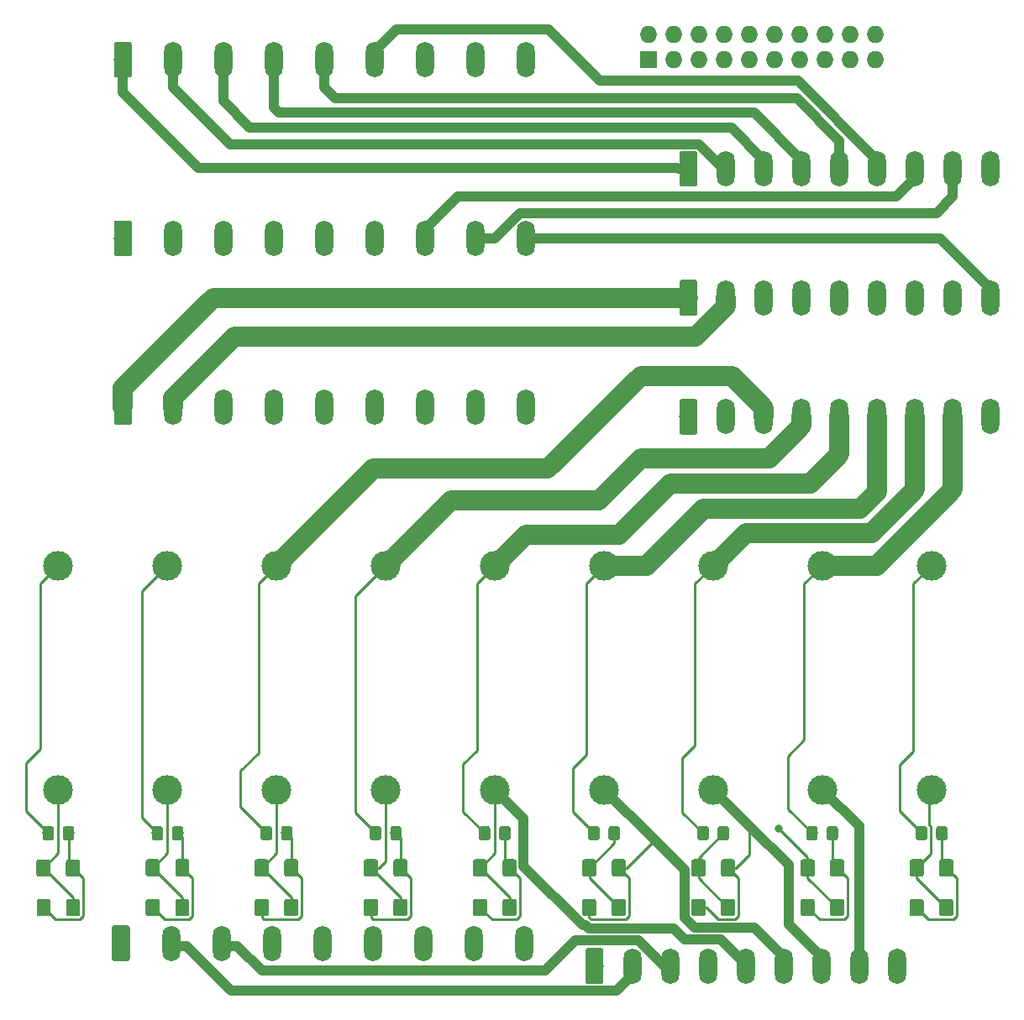
<source format=gbr>
G04 #@! TF.GenerationSoftware,KiCad,Pcbnew,(5.1.4)-1*
G04 #@! TF.CreationDate,2020-02-28T16:59:14+08:00*
G04 #@! TF.ProjectId,9p-parallel-fused,39702d70-6172-4616-9c6c-656c2d667573,rev?*
G04 #@! TF.SameCoordinates,Original*
G04 #@! TF.FileFunction,Copper,L1,Top*
G04 #@! TF.FilePolarity,Positive*
%FSLAX46Y46*%
G04 Gerber Fmt 4.6, Leading zero omitted, Abs format (unit mm)*
G04 Created by KiCad (PCBNEW (5.1.4)-1) date 2020-02-28 16:59:14*
%MOMM*%
%LPD*%
G04 APERTURE LIST*
%ADD10O,1.800000X3.600000*%
%ADD11C,0.100000*%
%ADD12C,1.800000*%
%ADD13O,1.727200X1.727200*%
%ADD14R,1.727200X1.727200*%
%ADD15C,1.150000*%
%ADD16C,3.000000*%
%ADD17C,1.425000*%
%ADD18C,0.800000*%
%ADD19C,0.250000*%
%ADD20C,1.000000*%
%ADD21C,2.000000*%
G04 APERTURE END LIST*
D10*
X113020000Y-139390000D03*
X109210000Y-139390000D03*
X105400000Y-139390000D03*
X101590000Y-139390000D03*
X97780000Y-139390000D03*
X93970000Y-139390000D03*
X90160000Y-139390000D03*
X86350000Y-139390000D03*
D11*
G36*
X83214504Y-137591204D02*
G01*
X83238773Y-137594804D01*
X83262571Y-137600765D01*
X83285671Y-137609030D01*
X83307849Y-137619520D01*
X83328893Y-137632133D01*
X83348598Y-137646747D01*
X83366777Y-137663223D01*
X83383253Y-137681402D01*
X83397867Y-137701107D01*
X83410480Y-137722151D01*
X83420970Y-137744329D01*
X83429235Y-137767429D01*
X83435196Y-137791227D01*
X83438796Y-137815496D01*
X83440000Y-137840000D01*
X83440000Y-140940000D01*
X83438796Y-140964504D01*
X83435196Y-140988773D01*
X83429235Y-141012571D01*
X83420970Y-141035671D01*
X83410480Y-141057849D01*
X83397867Y-141078893D01*
X83383253Y-141098598D01*
X83366777Y-141116777D01*
X83348598Y-141133253D01*
X83328893Y-141147867D01*
X83307849Y-141160480D01*
X83285671Y-141170970D01*
X83262571Y-141179235D01*
X83238773Y-141185196D01*
X83214504Y-141188796D01*
X83190000Y-141190000D01*
X81890000Y-141190000D01*
X81865496Y-141188796D01*
X81841227Y-141185196D01*
X81817429Y-141179235D01*
X81794329Y-141170970D01*
X81772151Y-141160480D01*
X81751107Y-141147867D01*
X81731402Y-141133253D01*
X81713223Y-141116777D01*
X81696747Y-141098598D01*
X81682133Y-141078893D01*
X81669520Y-141057849D01*
X81659030Y-141035671D01*
X81650765Y-141012571D01*
X81644804Y-140988773D01*
X81641204Y-140964504D01*
X81640000Y-140940000D01*
X81640000Y-137840000D01*
X81641204Y-137815496D01*
X81644804Y-137791227D01*
X81650765Y-137767429D01*
X81659030Y-137744329D01*
X81669520Y-137722151D01*
X81682133Y-137701107D01*
X81696747Y-137681402D01*
X81713223Y-137663223D01*
X81731402Y-137646747D01*
X81751107Y-137632133D01*
X81772151Y-137619520D01*
X81794329Y-137609030D01*
X81817429Y-137600765D01*
X81841227Y-137594804D01*
X81865496Y-137591204D01*
X81890000Y-137590000D01*
X83190000Y-137590000D01*
X83214504Y-137591204D01*
X83214504Y-137591204D01*
G37*
D12*
X82540000Y-139390000D03*
D11*
G36*
X35474324Y-135301205D02*
G01*
X35498612Y-135304808D01*
X35522429Y-135310774D01*
X35545547Y-135319045D01*
X35567743Y-135329543D01*
X35588804Y-135342166D01*
X35608525Y-135356793D01*
X35626718Y-135373282D01*
X35643207Y-135391475D01*
X35657834Y-135411196D01*
X35670457Y-135432257D01*
X35680955Y-135454453D01*
X35689226Y-135477571D01*
X35695192Y-135501388D01*
X35698795Y-135525676D01*
X35700000Y-135550200D01*
X35700000Y-138649800D01*
X35698795Y-138674324D01*
X35695192Y-138698612D01*
X35689226Y-138722429D01*
X35680955Y-138745547D01*
X35670457Y-138767743D01*
X35657834Y-138788804D01*
X35643207Y-138808525D01*
X35626718Y-138826718D01*
X35608525Y-138843207D01*
X35588804Y-138857834D01*
X35567743Y-138870457D01*
X35545547Y-138880955D01*
X35522429Y-138889226D01*
X35498612Y-138895192D01*
X35474324Y-138898795D01*
X35449800Y-138900000D01*
X34150200Y-138900000D01*
X34125676Y-138898795D01*
X34101388Y-138895192D01*
X34077571Y-138889226D01*
X34054453Y-138880955D01*
X34032257Y-138870457D01*
X34011196Y-138857834D01*
X33991475Y-138843207D01*
X33973282Y-138826718D01*
X33956793Y-138808525D01*
X33942166Y-138788804D01*
X33929543Y-138767743D01*
X33919045Y-138745547D01*
X33910774Y-138722429D01*
X33904808Y-138698612D01*
X33901205Y-138674324D01*
X33900000Y-138649800D01*
X33900000Y-135550200D01*
X33901205Y-135525676D01*
X33904808Y-135501388D01*
X33910774Y-135477571D01*
X33919045Y-135454453D01*
X33929543Y-135432257D01*
X33942166Y-135411196D01*
X33956793Y-135391475D01*
X33973282Y-135373282D01*
X33991475Y-135356793D01*
X34011196Y-135342166D01*
X34032257Y-135329543D01*
X34054453Y-135319045D01*
X34077571Y-135310774D01*
X34101388Y-135304808D01*
X34125676Y-135301205D01*
X34150200Y-135300000D01*
X35449800Y-135300000D01*
X35474324Y-135301205D01*
X35474324Y-135301205D01*
G37*
D12*
X34800000Y-137100000D03*
D10*
X39880000Y-137100000D03*
X44960000Y-137100000D03*
X50040000Y-137100000D03*
X55120000Y-137100000D03*
X60200000Y-137100000D03*
X65280000Y-137100000D03*
X70360000Y-137100000D03*
X75440000Y-137100000D03*
D11*
G36*
X35674324Y-64201205D02*
G01*
X35698612Y-64204808D01*
X35722429Y-64210774D01*
X35745547Y-64219045D01*
X35767743Y-64229543D01*
X35788804Y-64242166D01*
X35808525Y-64256793D01*
X35826718Y-64273282D01*
X35843207Y-64291475D01*
X35857834Y-64311196D01*
X35870457Y-64332257D01*
X35880955Y-64354453D01*
X35889226Y-64377571D01*
X35895192Y-64401388D01*
X35898795Y-64425676D01*
X35900000Y-64450200D01*
X35900000Y-67549800D01*
X35898795Y-67574324D01*
X35895192Y-67598612D01*
X35889226Y-67622429D01*
X35880955Y-67645547D01*
X35870457Y-67667743D01*
X35857834Y-67688804D01*
X35843207Y-67708525D01*
X35826718Y-67726718D01*
X35808525Y-67743207D01*
X35788804Y-67757834D01*
X35767743Y-67770457D01*
X35745547Y-67780955D01*
X35722429Y-67789226D01*
X35698612Y-67795192D01*
X35674324Y-67798795D01*
X35649800Y-67800000D01*
X34350200Y-67800000D01*
X34325676Y-67798795D01*
X34301388Y-67795192D01*
X34277571Y-67789226D01*
X34254453Y-67780955D01*
X34232257Y-67770457D01*
X34211196Y-67757834D01*
X34191475Y-67743207D01*
X34173282Y-67726718D01*
X34156793Y-67708525D01*
X34142166Y-67688804D01*
X34129543Y-67667743D01*
X34119045Y-67645547D01*
X34110774Y-67622429D01*
X34104808Y-67598612D01*
X34101205Y-67574324D01*
X34100000Y-67549800D01*
X34100000Y-64450200D01*
X34101205Y-64425676D01*
X34104808Y-64401388D01*
X34110774Y-64377571D01*
X34119045Y-64354453D01*
X34129543Y-64332257D01*
X34142166Y-64311196D01*
X34156793Y-64291475D01*
X34173282Y-64273282D01*
X34191475Y-64256793D01*
X34211196Y-64242166D01*
X34232257Y-64229543D01*
X34254453Y-64219045D01*
X34277571Y-64210774D01*
X34301388Y-64204808D01*
X34325676Y-64201205D01*
X34350200Y-64200000D01*
X35649800Y-64200000D01*
X35674324Y-64201205D01*
X35674324Y-64201205D01*
G37*
D12*
X35000000Y-66000000D03*
D10*
X40080000Y-66000000D03*
X45160000Y-66000000D03*
X50240000Y-66000000D03*
X55320000Y-66000000D03*
X60400000Y-66000000D03*
X65480000Y-66000000D03*
X70560000Y-66000000D03*
X75640000Y-66000000D03*
D11*
G36*
X35674324Y-81201205D02*
G01*
X35698612Y-81204808D01*
X35722429Y-81210774D01*
X35745547Y-81219045D01*
X35767743Y-81229543D01*
X35788804Y-81242166D01*
X35808525Y-81256793D01*
X35826718Y-81273282D01*
X35843207Y-81291475D01*
X35857834Y-81311196D01*
X35870457Y-81332257D01*
X35880955Y-81354453D01*
X35889226Y-81377571D01*
X35895192Y-81401388D01*
X35898795Y-81425676D01*
X35900000Y-81450200D01*
X35900000Y-84549800D01*
X35898795Y-84574324D01*
X35895192Y-84598612D01*
X35889226Y-84622429D01*
X35880955Y-84645547D01*
X35870457Y-84667743D01*
X35857834Y-84688804D01*
X35843207Y-84708525D01*
X35826718Y-84726718D01*
X35808525Y-84743207D01*
X35788804Y-84757834D01*
X35767743Y-84770457D01*
X35745547Y-84780955D01*
X35722429Y-84789226D01*
X35698612Y-84795192D01*
X35674324Y-84798795D01*
X35649800Y-84800000D01*
X34350200Y-84800000D01*
X34325676Y-84798795D01*
X34301388Y-84795192D01*
X34277571Y-84789226D01*
X34254453Y-84780955D01*
X34232257Y-84770457D01*
X34211196Y-84757834D01*
X34191475Y-84743207D01*
X34173282Y-84726718D01*
X34156793Y-84708525D01*
X34142166Y-84688804D01*
X34129543Y-84667743D01*
X34119045Y-84645547D01*
X34110774Y-84622429D01*
X34104808Y-84598612D01*
X34101205Y-84574324D01*
X34100000Y-84549800D01*
X34100000Y-81450200D01*
X34101205Y-81425676D01*
X34104808Y-81401388D01*
X34110774Y-81377571D01*
X34119045Y-81354453D01*
X34129543Y-81332257D01*
X34142166Y-81311196D01*
X34156793Y-81291475D01*
X34173282Y-81273282D01*
X34191475Y-81256793D01*
X34211196Y-81242166D01*
X34232257Y-81229543D01*
X34254453Y-81219045D01*
X34277571Y-81210774D01*
X34301388Y-81204808D01*
X34325676Y-81201205D01*
X34350200Y-81200000D01*
X35649800Y-81200000D01*
X35674324Y-81201205D01*
X35674324Y-81201205D01*
G37*
D12*
X35000000Y-83000000D03*
D10*
X40080000Y-83000000D03*
X45160000Y-83000000D03*
X50240000Y-83000000D03*
X55320000Y-83000000D03*
X60400000Y-83000000D03*
X65480000Y-83000000D03*
X70560000Y-83000000D03*
X75640000Y-83000000D03*
D11*
G36*
X35674324Y-46201205D02*
G01*
X35698612Y-46204808D01*
X35722429Y-46210774D01*
X35745547Y-46219045D01*
X35767743Y-46229543D01*
X35788804Y-46242166D01*
X35808525Y-46256793D01*
X35826718Y-46273282D01*
X35843207Y-46291475D01*
X35857834Y-46311196D01*
X35870457Y-46332257D01*
X35880955Y-46354453D01*
X35889226Y-46377571D01*
X35895192Y-46401388D01*
X35898795Y-46425676D01*
X35900000Y-46450200D01*
X35900000Y-49549800D01*
X35898795Y-49574324D01*
X35895192Y-49598612D01*
X35889226Y-49622429D01*
X35880955Y-49645547D01*
X35870457Y-49667743D01*
X35857834Y-49688804D01*
X35843207Y-49708525D01*
X35826718Y-49726718D01*
X35808525Y-49743207D01*
X35788804Y-49757834D01*
X35767743Y-49770457D01*
X35745547Y-49780955D01*
X35722429Y-49789226D01*
X35698612Y-49795192D01*
X35674324Y-49798795D01*
X35649800Y-49800000D01*
X34350200Y-49800000D01*
X34325676Y-49798795D01*
X34301388Y-49795192D01*
X34277571Y-49789226D01*
X34254453Y-49780955D01*
X34232257Y-49770457D01*
X34211196Y-49757834D01*
X34191475Y-49743207D01*
X34173282Y-49726718D01*
X34156793Y-49708525D01*
X34142166Y-49688804D01*
X34129543Y-49667743D01*
X34119045Y-49645547D01*
X34110774Y-49622429D01*
X34104808Y-49598612D01*
X34101205Y-49574324D01*
X34100000Y-49549800D01*
X34100000Y-46450200D01*
X34101205Y-46425676D01*
X34104808Y-46401388D01*
X34110774Y-46377571D01*
X34119045Y-46354453D01*
X34129543Y-46332257D01*
X34142166Y-46311196D01*
X34156793Y-46291475D01*
X34173282Y-46273282D01*
X34191475Y-46256793D01*
X34211196Y-46242166D01*
X34232257Y-46229543D01*
X34254453Y-46219045D01*
X34277571Y-46210774D01*
X34301388Y-46204808D01*
X34325676Y-46201205D01*
X34350200Y-46200000D01*
X35649800Y-46200000D01*
X35674324Y-46201205D01*
X35674324Y-46201205D01*
G37*
D12*
X35000000Y-48000000D03*
D10*
X40080000Y-48000000D03*
X45160000Y-48000000D03*
X50240000Y-48000000D03*
X55320000Y-48000000D03*
X60400000Y-48000000D03*
X65480000Y-48000000D03*
X70560000Y-48000000D03*
X75640000Y-48000000D03*
D13*
X110860000Y-45460000D03*
X110860000Y-48000000D03*
X108320000Y-45460000D03*
X108320000Y-48000000D03*
X105780000Y-45460000D03*
X105780000Y-48000000D03*
X103240000Y-45460000D03*
X103240000Y-48000000D03*
X100700000Y-45460000D03*
X100700000Y-48000000D03*
X98160000Y-45460000D03*
X98160000Y-48000000D03*
X95620000Y-45460000D03*
X95620000Y-48000000D03*
X93080000Y-45460000D03*
X93080000Y-48000000D03*
X90540000Y-45460000D03*
X90540000Y-48000000D03*
X88000000Y-45460000D03*
D14*
X88000000Y-48000000D03*
D10*
X122480000Y-84000000D03*
X118670000Y-84000000D03*
X114860000Y-84000000D03*
X111050000Y-84000000D03*
X107240000Y-84000000D03*
X103430000Y-84000000D03*
X99620000Y-84000000D03*
X95810000Y-84000000D03*
D11*
G36*
X92674504Y-82201204D02*
G01*
X92698773Y-82204804D01*
X92722571Y-82210765D01*
X92745671Y-82219030D01*
X92767849Y-82229520D01*
X92788893Y-82242133D01*
X92808598Y-82256747D01*
X92826777Y-82273223D01*
X92843253Y-82291402D01*
X92857867Y-82311107D01*
X92870480Y-82332151D01*
X92880970Y-82354329D01*
X92889235Y-82377429D01*
X92895196Y-82401227D01*
X92898796Y-82425496D01*
X92900000Y-82450000D01*
X92900000Y-85550000D01*
X92898796Y-85574504D01*
X92895196Y-85598773D01*
X92889235Y-85622571D01*
X92880970Y-85645671D01*
X92870480Y-85667849D01*
X92857867Y-85688893D01*
X92843253Y-85708598D01*
X92826777Y-85726777D01*
X92808598Y-85743253D01*
X92788893Y-85757867D01*
X92767849Y-85770480D01*
X92745671Y-85780970D01*
X92722571Y-85789235D01*
X92698773Y-85795196D01*
X92674504Y-85798796D01*
X92650000Y-85800000D01*
X91350000Y-85800000D01*
X91325496Y-85798796D01*
X91301227Y-85795196D01*
X91277429Y-85789235D01*
X91254329Y-85780970D01*
X91232151Y-85770480D01*
X91211107Y-85757867D01*
X91191402Y-85743253D01*
X91173223Y-85726777D01*
X91156747Y-85708598D01*
X91142133Y-85688893D01*
X91129520Y-85667849D01*
X91119030Y-85645671D01*
X91110765Y-85622571D01*
X91104804Y-85598773D01*
X91101204Y-85574504D01*
X91100000Y-85550000D01*
X91100000Y-82450000D01*
X91101204Y-82425496D01*
X91104804Y-82401227D01*
X91110765Y-82377429D01*
X91119030Y-82354329D01*
X91129520Y-82332151D01*
X91142133Y-82311107D01*
X91156747Y-82291402D01*
X91173223Y-82273223D01*
X91191402Y-82256747D01*
X91211107Y-82242133D01*
X91232151Y-82229520D01*
X91254329Y-82219030D01*
X91277429Y-82210765D01*
X91301227Y-82204804D01*
X91325496Y-82201204D01*
X91350000Y-82200000D01*
X92650000Y-82200000D01*
X92674504Y-82201204D01*
X92674504Y-82201204D01*
G37*
D12*
X92000000Y-84000000D03*
D10*
X122480000Y-72000000D03*
X118670000Y-72000000D03*
X114860000Y-72000000D03*
X111050000Y-72000000D03*
X107240000Y-72000000D03*
X103430000Y-72000000D03*
X99620000Y-72000000D03*
X95810000Y-72000000D03*
D11*
G36*
X92674504Y-70201204D02*
G01*
X92698773Y-70204804D01*
X92722571Y-70210765D01*
X92745671Y-70219030D01*
X92767849Y-70229520D01*
X92788893Y-70242133D01*
X92808598Y-70256747D01*
X92826777Y-70273223D01*
X92843253Y-70291402D01*
X92857867Y-70311107D01*
X92870480Y-70332151D01*
X92880970Y-70354329D01*
X92889235Y-70377429D01*
X92895196Y-70401227D01*
X92898796Y-70425496D01*
X92900000Y-70450000D01*
X92900000Y-73550000D01*
X92898796Y-73574504D01*
X92895196Y-73598773D01*
X92889235Y-73622571D01*
X92880970Y-73645671D01*
X92870480Y-73667849D01*
X92857867Y-73688893D01*
X92843253Y-73708598D01*
X92826777Y-73726777D01*
X92808598Y-73743253D01*
X92788893Y-73757867D01*
X92767849Y-73770480D01*
X92745671Y-73780970D01*
X92722571Y-73789235D01*
X92698773Y-73795196D01*
X92674504Y-73798796D01*
X92650000Y-73800000D01*
X91350000Y-73800000D01*
X91325496Y-73798796D01*
X91301227Y-73795196D01*
X91277429Y-73789235D01*
X91254329Y-73780970D01*
X91232151Y-73770480D01*
X91211107Y-73757867D01*
X91191402Y-73743253D01*
X91173223Y-73726777D01*
X91156747Y-73708598D01*
X91142133Y-73688893D01*
X91129520Y-73667849D01*
X91119030Y-73645671D01*
X91110765Y-73622571D01*
X91104804Y-73598773D01*
X91101204Y-73574504D01*
X91100000Y-73550000D01*
X91100000Y-70450000D01*
X91101204Y-70425496D01*
X91104804Y-70401227D01*
X91110765Y-70377429D01*
X91119030Y-70354329D01*
X91129520Y-70332151D01*
X91142133Y-70311107D01*
X91156747Y-70291402D01*
X91173223Y-70273223D01*
X91191402Y-70256747D01*
X91211107Y-70242133D01*
X91232151Y-70229520D01*
X91254329Y-70219030D01*
X91277429Y-70210765D01*
X91301227Y-70204804D01*
X91325496Y-70201204D01*
X91350000Y-70200000D01*
X92650000Y-70200000D01*
X92674504Y-70201204D01*
X92674504Y-70201204D01*
G37*
D12*
X92000000Y-72000000D03*
D10*
X122480000Y-59000000D03*
X118670000Y-59000000D03*
X114860000Y-59000000D03*
X111050000Y-59000000D03*
X107240000Y-59000000D03*
X103430000Y-59000000D03*
X99620000Y-59000000D03*
X95810000Y-59000000D03*
D11*
G36*
X92674504Y-57201204D02*
G01*
X92698773Y-57204804D01*
X92722571Y-57210765D01*
X92745671Y-57219030D01*
X92767849Y-57229520D01*
X92788893Y-57242133D01*
X92808598Y-57256747D01*
X92826777Y-57273223D01*
X92843253Y-57291402D01*
X92857867Y-57311107D01*
X92870480Y-57332151D01*
X92880970Y-57354329D01*
X92889235Y-57377429D01*
X92895196Y-57401227D01*
X92898796Y-57425496D01*
X92900000Y-57450000D01*
X92900000Y-60550000D01*
X92898796Y-60574504D01*
X92895196Y-60598773D01*
X92889235Y-60622571D01*
X92880970Y-60645671D01*
X92870480Y-60667849D01*
X92857867Y-60688893D01*
X92843253Y-60708598D01*
X92826777Y-60726777D01*
X92808598Y-60743253D01*
X92788893Y-60757867D01*
X92767849Y-60770480D01*
X92745671Y-60780970D01*
X92722571Y-60789235D01*
X92698773Y-60795196D01*
X92674504Y-60798796D01*
X92650000Y-60800000D01*
X91350000Y-60800000D01*
X91325496Y-60798796D01*
X91301227Y-60795196D01*
X91277429Y-60789235D01*
X91254329Y-60780970D01*
X91232151Y-60770480D01*
X91211107Y-60757867D01*
X91191402Y-60743253D01*
X91173223Y-60726777D01*
X91156747Y-60708598D01*
X91142133Y-60688893D01*
X91129520Y-60667849D01*
X91119030Y-60645671D01*
X91110765Y-60622571D01*
X91104804Y-60598773D01*
X91101204Y-60574504D01*
X91100000Y-60550000D01*
X91100000Y-57450000D01*
X91101204Y-57425496D01*
X91104804Y-57401227D01*
X91110765Y-57377429D01*
X91119030Y-57354329D01*
X91129520Y-57332151D01*
X91142133Y-57311107D01*
X91156747Y-57291402D01*
X91173223Y-57273223D01*
X91191402Y-57256747D01*
X91211107Y-57242133D01*
X91232151Y-57229520D01*
X91254329Y-57219030D01*
X91277429Y-57210765D01*
X91301227Y-57204804D01*
X91325496Y-57201204D01*
X91350000Y-57200000D01*
X92650000Y-57200000D01*
X92674504Y-57201204D01*
X92674504Y-57201204D01*
G37*
D12*
X92000000Y-59000000D03*
D11*
G36*
X117899505Y-125301204D02*
G01*
X117923773Y-125304804D01*
X117947572Y-125310765D01*
X117970671Y-125319030D01*
X117992850Y-125329520D01*
X118013893Y-125342132D01*
X118033599Y-125356747D01*
X118051777Y-125373223D01*
X118068253Y-125391401D01*
X118082868Y-125411107D01*
X118095480Y-125432150D01*
X118105970Y-125454329D01*
X118114235Y-125477428D01*
X118120196Y-125501227D01*
X118123796Y-125525495D01*
X118125000Y-125549999D01*
X118125000Y-126450001D01*
X118123796Y-126474505D01*
X118120196Y-126498773D01*
X118114235Y-126522572D01*
X118105970Y-126545671D01*
X118095480Y-126567850D01*
X118082868Y-126588893D01*
X118068253Y-126608599D01*
X118051777Y-126626777D01*
X118033599Y-126643253D01*
X118013893Y-126657868D01*
X117992850Y-126670480D01*
X117970671Y-126680970D01*
X117947572Y-126689235D01*
X117923773Y-126695196D01*
X117899505Y-126698796D01*
X117875001Y-126700000D01*
X117224999Y-126700000D01*
X117200495Y-126698796D01*
X117176227Y-126695196D01*
X117152428Y-126689235D01*
X117129329Y-126680970D01*
X117107150Y-126670480D01*
X117086107Y-126657868D01*
X117066401Y-126643253D01*
X117048223Y-126626777D01*
X117031747Y-126608599D01*
X117017132Y-126588893D01*
X117004520Y-126567850D01*
X116994030Y-126545671D01*
X116985765Y-126522572D01*
X116979804Y-126498773D01*
X116976204Y-126474505D01*
X116975000Y-126450001D01*
X116975000Y-125549999D01*
X116976204Y-125525495D01*
X116979804Y-125501227D01*
X116985765Y-125477428D01*
X116994030Y-125454329D01*
X117004520Y-125432150D01*
X117017132Y-125411107D01*
X117031747Y-125391401D01*
X117048223Y-125373223D01*
X117066401Y-125356747D01*
X117086107Y-125342132D01*
X117107150Y-125329520D01*
X117129329Y-125319030D01*
X117152428Y-125310765D01*
X117176227Y-125304804D01*
X117200495Y-125301204D01*
X117224999Y-125300000D01*
X117875001Y-125300000D01*
X117899505Y-125301204D01*
X117899505Y-125301204D01*
G37*
D15*
X117550000Y-126000000D03*
D11*
G36*
X115849505Y-125301204D02*
G01*
X115873773Y-125304804D01*
X115897572Y-125310765D01*
X115920671Y-125319030D01*
X115942850Y-125329520D01*
X115963893Y-125342132D01*
X115983599Y-125356747D01*
X116001777Y-125373223D01*
X116018253Y-125391401D01*
X116032868Y-125411107D01*
X116045480Y-125432150D01*
X116055970Y-125454329D01*
X116064235Y-125477428D01*
X116070196Y-125501227D01*
X116073796Y-125525495D01*
X116075000Y-125549999D01*
X116075000Y-126450001D01*
X116073796Y-126474505D01*
X116070196Y-126498773D01*
X116064235Y-126522572D01*
X116055970Y-126545671D01*
X116045480Y-126567850D01*
X116032868Y-126588893D01*
X116018253Y-126608599D01*
X116001777Y-126626777D01*
X115983599Y-126643253D01*
X115963893Y-126657868D01*
X115942850Y-126670480D01*
X115920671Y-126680970D01*
X115897572Y-126689235D01*
X115873773Y-126695196D01*
X115849505Y-126698796D01*
X115825001Y-126700000D01*
X115174999Y-126700000D01*
X115150495Y-126698796D01*
X115126227Y-126695196D01*
X115102428Y-126689235D01*
X115079329Y-126680970D01*
X115057150Y-126670480D01*
X115036107Y-126657868D01*
X115016401Y-126643253D01*
X114998223Y-126626777D01*
X114981747Y-126608599D01*
X114967132Y-126588893D01*
X114954520Y-126567850D01*
X114944030Y-126545671D01*
X114935765Y-126522572D01*
X114929804Y-126498773D01*
X114926204Y-126474505D01*
X114925000Y-126450001D01*
X114925000Y-125549999D01*
X114926204Y-125525495D01*
X114929804Y-125501227D01*
X114935765Y-125477428D01*
X114944030Y-125454329D01*
X114954520Y-125432150D01*
X114967132Y-125411107D01*
X114981747Y-125391401D01*
X114998223Y-125373223D01*
X115016401Y-125356747D01*
X115036107Y-125342132D01*
X115057150Y-125329520D01*
X115079329Y-125319030D01*
X115102428Y-125310765D01*
X115126227Y-125304804D01*
X115150495Y-125301204D01*
X115174999Y-125300000D01*
X115825001Y-125300000D01*
X115849505Y-125301204D01*
X115849505Y-125301204D01*
G37*
D15*
X115500000Y-126000000D03*
D11*
G36*
X106849505Y-125301204D02*
G01*
X106873773Y-125304804D01*
X106897572Y-125310765D01*
X106920671Y-125319030D01*
X106942850Y-125329520D01*
X106963893Y-125342132D01*
X106983599Y-125356747D01*
X107001777Y-125373223D01*
X107018253Y-125391401D01*
X107032868Y-125411107D01*
X107045480Y-125432150D01*
X107055970Y-125454329D01*
X107064235Y-125477428D01*
X107070196Y-125501227D01*
X107073796Y-125525495D01*
X107075000Y-125549999D01*
X107075000Y-126450001D01*
X107073796Y-126474505D01*
X107070196Y-126498773D01*
X107064235Y-126522572D01*
X107055970Y-126545671D01*
X107045480Y-126567850D01*
X107032868Y-126588893D01*
X107018253Y-126608599D01*
X107001777Y-126626777D01*
X106983599Y-126643253D01*
X106963893Y-126657868D01*
X106942850Y-126670480D01*
X106920671Y-126680970D01*
X106897572Y-126689235D01*
X106873773Y-126695196D01*
X106849505Y-126698796D01*
X106825001Y-126700000D01*
X106174999Y-126700000D01*
X106150495Y-126698796D01*
X106126227Y-126695196D01*
X106102428Y-126689235D01*
X106079329Y-126680970D01*
X106057150Y-126670480D01*
X106036107Y-126657868D01*
X106016401Y-126643253D01*
X105998223Y-126626777D01*
X105981747Y-126608599D01*
X105967132Y-126588893D01*
X105954520Y-126567850D01*
X105944030Y-126545671D01*
X105935765Y-126522572D01*
X105929804Y-126498773D01*
X105926204Y-126474505D01*
X105925000Y-126450001D01*
X105925000Y-125549999D01*
X105926204Y-125525495D01*
X105929804Y-125501227D01*
X105935765Y-125477428D01*
X105944030Y-125454329D01*
X105954520Y-125432150D01*
X105967132Y-125411107D01*
X105981747Y-125391401D01*
X105998223Y-125373223D01*
X106016401Y-125356747D01*
X106036107Y-125342132D01*
X106057150Y-125329520D01*
X106079329Y-125319030D01*
X106102428Y-125310765D01*
X106126227Y-125304804D01*
X106150495Y-125301204D01*
X106174999Y-125300000D01*
X106825001Y-125300000D01*
X106849505Y-125301204D01*
X106849505Y-125301204D01*
G37*
D15*
X106500000Y-126000000D03*
D11*
G36*
X104799505Y-125301204D02*
G01*
X104823773Y-125304804D01*
X104847572Y-125310765D01*
X104870671Y-125319030D01*
X104892850Y-125329520D01*
X104913893Y-125342132D01*
X104933599Y-125356747D01*
X104951777Y-125373223D01*
X104968253Y-125391401D01*
X104982868Y-125411107D01*
X104995480Y-125432150D01*
X105005970Y-125454329D01*
X105014235Y-125477428D01*
X105020196Y-125501227D01*
X105023796Y-125525495D01*
X105025000Y-125549999D01*
X105025000Y-126450001D01*
X105023796Y-126474505D01*
X105020196Y-126498773D01*
X105014235Y-126522572D01*
X105005970Y-126545671D01*
X104995480Y-126567850D01*
X104982868Y-126588893D01*
X104968253Y-126608599D01*
X104951777Y-126626777D01*
X104933599Y-126643253D01*
X104913893Y-126657868D01*
X104892850Y-126670480D01*
X104870671Y-126680970D01*
X104847572Y-126689235D01*
X104823773Y-126695196D01*
X104799505Y-126698796D01*
X104775001Y-126700000D01*
X104124999Y-126700000D01*
X104100495Y-126698796D01*
X104076227Y-126695196D01*
X104052428Y-126689235D01*
X104029329Y-126680970D01*
X104007150Y-126670480D01*
X103986107Y-126657868D01*
X103966401Y-126643253D01*
X103948223Y-126626777D01*
X103931747Y-126608599D01*
X103917132Y-126588893D01*
X103904520Y-126567850D01*
X103894030Y-126545671D01*
X103885765Y-126522572D01*
X103879804Y-126498773D01*
X103876204Y-126474505D01*
X103875000Y-126450001D01*
X103875000Y-125549999D01*
X103876204Y-125525495D01*
X103879804Y-125501227D01*
X103885765Y-125477428D01*
X103894030Y-125454329D01*
X103904520Y-125432150D01*
X103917132Y-125411107D01*
X103931747Y-125391401D01*
X103948223Y-125373223D01*
X103966401Y-125356747D01*
X103986107Y-125342132D01*
X104007150Y-125329520D01*
X104029329Y-125319030D01*
X104052428Y-125310765D01*
X104076227Y-125304804D01*
X104100495Y-125301204D01*
X104124999Y-125300000D01*
X104775001Y-125300000D01*
X104799505Y-125301204D01*
X104799505Y-125301204D01*
G37*
D15*
X104450000Y-126000000D03*
D11*
G36*
X95874505Y-125301204D02*
G01*
X95898773Y-125304804D01*
X95922572Y-125310765D01*
X95945671Y-125319030D01*
X95967850Y-125329520D01*
X95988893Y-125342132D01*
X96008599Y-125356747D01*
X96026777Y-125373223D01*
X96043253Y-125391401D01*
X96057868Y-125411107D01*
X96070480Y-125432150D01*
X96080970Y-125454329D01*
X96089235Y-125477428D01*
X96095196Y-125501227D01*
X96098796Y-125525495D01*
X96100000Y-125549999D01*
X96100000Y-126450001D01*
X96098796Y-126474505D01*
X96095196Y-126498773D01*
X96089235Y-126522572D01*
X96080970Y-126545671D01*
X96070480Y-126567850D01*
X96057868Y-126588893D01*
X96043253Y-126608599D01*
X96026777Y-126626777D01*
X96008599Y-126643253D01*
X95988893Y-126657868D01*
X95967850Y-126670480D01*
X95945671Y-126680970D01*
X95922572Y-126689235D01*
X95898773Y-126695196D01*
X95874505Y-126698796D01*
X95850001Y-126700000D01*
X95199999Y-126700000D01*
X95175495Y-126698796D01*
X95151227Y-126695196D01*
X95127428Y-126689235D01*
X95104329Y-126680970D01*
X95082150Y-126670480D01*
X95061107Y-126657868D01*
X95041401Y-126643253D01*
X95023223Y-126626777D01*
X95006747Y-126608599D01*
X94992132Y-126588893D01*
X94979520Y-126567850D01*
X94969030Y-126545671D01*
X94960765Y-126522572D01*
X94954804Y-126498773D01*
X94951204Y-126474505D01*
X94950000Y-126450001D01*
X94950000Y-125549999D01*
X94951204Y-125525495D01*
X94954804Y-125501227D01*
X94960765Y-125477428D01*
X94969030Y-125454329D01*
X94979520Y-125432150D01*
X94992132Y-125411107D01*
X95006747Y-125391401D01*
X95023223Y-125373223D01*
X95041401Y-125356747D01*
X95061107Y-125342132D01*
X95082150Y-125329520D01*
X95104329Y-125319030D01*
X95127428Y-125310765D01*
X95151227Y-125304804D01*
X95175495Y-125301204D01*
X95199999Y-125300000D01*
X95850001Y-125300000D01*
X95874505Y-125301204D01*
X95874505Y-125301204D01*
G37*
D15*
X95525000Y-126000000D03*
D11*
G36*
X93824505Y-125301204D02*
G01*
X93848773Y-125304804D01*
X93872572Y-125310765D01*
X93895671Y-125319030D01*
X93917850Y-125329520D01*
X93938893Y-125342132D01*
X93958599Y-125356747D01*
X93976777Y-125373223D01*
X93993253Y-125391401D01*
X94007868Y-125411107D01*
X94020480Y-125432150D01*
X94030970Y-125454329D01*
X94039235Y-125477428D01*
X94045196Y-125501227D01*
X94048796Y-125525495D01*
X94050000Y-125549999D01*
X94050000Y-126450001D01*
X94048796Y-126474505D01*
X94045196Y-126498773D01*
X94039235Y-126522572D01*
X94030970Y-126545671D01*
X94020480Y-126567850D01*
X94007868Y-126588893D01*
X93993253Y-126608599D01*
X93976777Y-126626777D01*
X93958599Y-126643253D01*
X93938893Y-126657868D01*
X93917850Y-126670480D01*
X93895671Y-126680970D01*
X93872572Y-126689235D01*
X93848773Y-126695196D01*
X93824505Y-126698796D01*
X93800001Y-126700000D01*
X93149999Y-126700000D01*
X93125495Y-126698796D01*
X93101227Y-126695196D01*
X93077428Y-126689235D01*
X93054329Y-126680970D01*
X93032150Y-126670480D01*
X93011107Y-126657868D01*
X92991401Y-126643253D01*
X92973223Y-126626777D01*
X92956747Y-126608599D01*
X92942132Y-126588893D01*
X92929520Y-126567850D01*
X92919030Y-126545671D01*
X92910765Y-126522572D01*
X92904804Y-126498773D01*
X92901204Y-126474505D01*
X92900000Y-126450001D01*
X92900000Y-125549999D01*
X92901204Y-125525495D01*
X92904804Y-125501227D01*
X92910765Y-125477428D01*
X92919030Y-125454329D01*
X92929520Y-125432150D01*
X92942132Y-125411107D01*
X92956747Y-125391401D01*
X92973223Y-125373223D01*
X92991401Y-125356747D01*
X93011107Y-125342132D01*
X93032150Y-125329520D01*
X93054329Y-125319030D01*
X93077428Y-125310765D01*
X93101227Y-125304804D01*
X93125495Y-125301204D01*
X93149999Y-125300000D01*
X93800001Y-125300000D01*
X93824505Y-125301204D01*
X93824505Y-125301204D01*
G37*
D15*
X93475000Y-126000000D03*
D11*
G36*
X84874505Y-125301204D02*
G01*
X84898773Y-125304804D01*
X84922572Y-125310765D01*
X84945671Y-125319030D01*
X84967850Y-125329520D01*
X84988893Y-125342132D01*
X85008599Y-125356747D01*
X85026777Y-125373223D01*
X85043253Y-125391401D01*
X85057868Y-125411107D01*
X85070480Y-125432150D01*
X85080970Y-125454329D01*
X85089235Y-125477428D01*
X85095196Y-125501227D01*
X85098796Y-125525495D01*
X85100000Y-125549999D01*
X85100000Y-126450001D01*
X85098796Y-126474505D01*
X85095196Y-126498773D01*
X85089235Y-126522572D01*
X85080970Y-126545671D01*
X85070480Y-126567850D01*
X85057868Y-126588893D01*
X85043253Y-126608599D01*
X85026777Y-126626777D01*
X85008599Y-126643253D01*
X84988893Y-126657868D01*
X84967850Y-126670480D01*
X84945671Y-126680970D01*
X84922572Y-126689235D01*
X84898773Y-126695196D01*
X84874505Y-126698796D01*
X84850001Y-126700000D01*
X84199999Y-126700000D01*
X84175495Y-126698796D01*
X84151227Y-126695196D01*
X84127428Y-126689235D01*
X84104329Y-126680970D01*
X84082150Y-126670480D01*
X84061107Y-126657868D01*
X84041401Y-126643253D01*
X84023223Y-126626777D01*
X84006747Y-126608599D01*
X83992132Y-126588893D01*
X83979520Y-126567850D01*
X83969030Y-126545671D01*
X83960765Y-126522572D01*
X83954804Y-126498773D01*
X83951204Y-126474505D01*
X83950000Y-126450001D01*
X83950000Y-125549999D01*
X83951204Y-125525495D01*
X83954804Y-125501227D01*
X83960765Y-125477428D01*
X83969030Y-125454329D01*
X83979520Y-125432150D01*
X83992132Y-125411107D01*
X84006747Y-125391401D01*
X84023223Y-125373223D01*
X84041401Y-125356747D01*
X84061107Y-125342132D01*
X84082150Y-125329520D01*
X84104329Y-125319030D01*
X84127428Y-125310765D01*
X84151227Y-125304804D01*
X84175495Y-125301204D01*
X84199999Y-125300000D01*
X84850001Y-125300000D01*
X84874505Y-125301204D01*
X84874505Y-125301204D01*
G37*
D15*
X84525000Y-126000000D03*
D11*
G36*
X82824505Y-125301204D02*
G01*
X82848773Y-125304804D01*
X82872572Y-125310765D01*
X82895671Y-125319030D01*
X82917850Y-125329520D01*
X82938893Y-125342132D01*
X82958599Y-125356747D01*
X82976777Y-125373223D01*
X82993253Y-125391401D01*
X83007868Y-125411107D01*
X83020480Y-125432150D01*
X83030970Y-125454329D01*
X83039235Y-125477428D01*
X83045196Y-125501227D01*
X83048796Y-125525495D01*
X83050000Y-125549999D01*
X83050000Y-126450001D01*
X83048796Y-126474505D01*
X83045196Y-126498773D01*
X83039235Y-126522572D01*
X83030970Y-126545671D01*
X83020480Y-126567850D01*
X83007868Y-126588893D01*
X82993253Y-126608599D01*
X82976777Y-126626777D01*
X82958599Y-126643253D01*
X82938893Y-126657868D01*
X82917850Y-126670480D01*
X82895671Y-126680970D01*
X82872572Y-126689235D01*
X82848773Y-126695196D01*
X82824505Y-126698796D01*
X82800001Y-126700000D01*
X82149999Y-126700000D01*
X82125495Y-126698796D01*
X82101227Y-126695196D01*
X82077428Y-126689235D01*
X82054329Y-126680970D01*
X82032150Y-126670480D01*
X82011107Y-126657868D01*
X81991401Y-126643253D01*
X81973223Y-126626777D01*
X81956747Y-126608599D01*
X81942132Y-126588893D01*
X81929520Y-126567850D01*
X81919030Y-126545671D01*
X81910765Y-126522572D01*
X81904804Y-126498773D01*
X81901204Y-126474505D01*
X81900000Y-126450001D01*
X81900000Y-125549999D01*
X81901204Y-125525495D01*
X81904804Y-125501227D01*
X81910765Y-125477428D01*
X81919030Y-125454329D01*
X81929520Y-125432150D01*
X81942132Y-125411107D01*
X81956747Y-125391401D01*
X81973223Y-125373223D01*
X81991401Y-125356747D01*
X82011107Y-125342132D01*
X82032150Y-125329520D01*
X82054329Y-125319030D01*
X82077428Y-125310765D01*
X82101227Y-125304804D01*
X82125495Y-125301204D01*
X82149999Y-125300000D01*
X82800001Y-125300000D01*
X82824505Y-125301204D01*
X82824505Y-125301204D01*
G37*
D15*
X82475000Y-126000000D03*
D11*
G36*
X73849505Y-125301204D02*
G01*
X73873773Y-125304804D01*
X73897572Y-125310765D01*
X73920671Y-125319030D01*
X73942850Y-125329520D01*
X73963893Y-125342132D01*
X73983599Y-125356747D01*
X74001777Y-125373223D01*
X74018253Y-125391401D01*
X74032868Y-125411107D01*
X74045480Y-125432150D01*
X74055970Y-125454329D01*
X74064235Y-125477428D01*
X74070196Y-125501227D01*
X74073796Y-125525495D01*
X74075000Y-125549999D01*
X74075000Y-126450001D01*
X74073796Y-126474505D01*
X74070196Y-126498773D01*
X74064235Y-126522572D01*
X74055970Y-126545671D01*
X74045480Y-126567850D01*
X74032868Y-126588893D01*
X74018253Y-126608599D01*
X74001777Y-126626777D01*
X73983599Y-126643253D01*
X73963893Y-126657868D01*
X73942850Y-126670480D01*
X73920671Y-126680970D01*
X73897572Y-126689235D01*
X73873773Y-126695196D01*
X73849505Y-126698796D01*
X73825001Y-126700000D01*
X73174999Y-126700000D01*
X73150495Y-126698796D01*
X73126227Y-126695196D01*
X73102428Y-126689235D01*
X73079329Y-126680970D01*
X73057150Y-126670480D01*
X73036107Y-126657868D01*
X73016401Y-126643253D01*
X72998223Y-126626777D01*
X72981747Y-126608599D01*
X72967132Y-126588893D01*
X72954520Y-126567850D01*
X72944030Y-126545671D01*
X72935765Y-126522572D01*
X72929804Y-126498773D01*
X72926204Y-126474505D01*
X72925000Y-126450001D01*
X72925000Y-125549999D01*
X72926204Y-125525495D01*
X72929804Y-125501227D01*
X72935765Y-125477428D01*
X72944030Y-125454329D01*
X72954520Y-125432150D01*
X72967132Y-125411107D01*
X72981747Y-125391401D01*
X72998223Y-125373223D01*
X73016401Y-125356747D01*
X73036107Y-125342132D01*
X73057150Y-125329520D01*
X73079329Y-125319030D01*
X73102428Y-125310765D01*
X73126227Y-125304804D01*
X73150495Y-125301204D01*
X73174999Y-125300000D01*
X73825001Y-125300000D01*
X73849505Y-125301204D01*
X73849505Y-125301204D01*
G37*
D15*
X73500000Y-126000000D03*
D11*
G36*
X71799505Y-125301204D02*
G01*
X71823773Y-125304804D01*
X71847572Y-125310765D01*
X71870671Y-125319030D01*
X71892850Y-125329520D01*
X71913893Y-125342132D01*
X71933599Y-125356747D01*
X71951777Y-125373223D01*
X71968253Y-125391401D01*
X71982868Y-125411107D01*
X71995480Y-125432150D01*
X72005970Y-125454329D01*
X72014235Y-125477428D01*
X72020196Y-125501227D01*
X72023796Y-125525495D01*
X72025000Y-125549999D01*
X72025000Y-126450001D01*
X72023796Y-126474505D01*
X72020196Y-126498773D01*
X72014235Y-126522572D01*
X72005970Y-126545671D01*
X71995480Y-126567850D01*
X71982868Y-126588893D01*
X71968253Y-126608599D01*
X71951777Y-126626777D01*
X71933599Y-126643253D01*
X71913893Y-126657868D01*
X71892850Y-126670480D01*
X71870671Y-126680970D01*
X71847572Y-126689235D01*
X71823773Y-126695196D01*
X71799505Y-126698796D01*
X71775001Y-126700000D01*
X71124999Y-126700000D01*
X71100495Y-126698796D01*
X71076227Y-126695196D01*
X71052428Y-126689235D01*
X71029329Y-126680970D01*
X71007150Y-126670480D01*
X70986107Y-126657868D01*
X70966401Y-126643253D01*
X70948223Y-126626777D01*
X70931747Y-126608599D01*
X70917132Y-126588893D01*
X70904520Y-126567850D01*
X70894030Y-126545671D01*
X70885765Y-126522572D01*
X70879804Y-126498773D01*
X70876204Y-126474505D01*
X70875000Y-126450001D01*
X70875000Y-125549999D01*
X70876204Y-125525495D01*
X70879804Y-125501227D01*
X70885765Y-125477428D01*
X70894030Y-125454329D01*
X70904520Y-125432150D01*
X70917132Y-125411107D01*
X70931747Y-125391401D01*
X70948223Y-125373223D01*
X70966401Y-125356747D01*
X70986107Y-125342132D01*
X71007150Y-125329520D01*
X71029329Y-125319030D01*
X71052428Y-125310765D01*
X71076227Y-125304804D01*
X71100495Y-125301204D01*
X71124999Y-125300000D01*
X71775001Y-125300000D01*
X71799505Y-125301204D01*
X71799505Y-125301204D01*
G37*
D15*
X71450000Y-126000000D03*
D11*
G36*
X62874505Y-125301204D02*
G01*
X62898773Y-125304804D01*
X62922572Y-125310765D01*
X62945671Y-125319030D01*
X62967850Y-125329520D01*
X62988893Y-125342132D01*
X63008599Y-125356747D01*
X63026777Y-125373223D01*
X63043253Y-125391401D01*
X63057868Y-125411107D01*
X63070480Y-125432150D01*
X63080970Y-125454329D01*
X63089235Y-125477428D01*
X63095196Y-125501227D01*
X63098796Y-125525495D01*
X63100000Y-125549999D01*
X63100000Y-126450001D01*
X63098796Y-126474505D01*
X63095196Y-126498773D01*
X63089235Y-126522572D01*
X63080970Y-126545671D01*
X63070480Y-126567850D01*
X63057868Y-126588893D01*
X63043253Y-126608599D01*
X63026777Y-126626777D01*
X63008599Y-126643253D01*
X62988893Y-126657868D01*
X62967850Y-126670480D01*
X62945671Y-126680970D01*
X62922572Y-126689235D01*
X62898773Y-126695196D01*
X62874505Y-126698796D01*
X62850001Y-126700000D01*
X62199999Y-126700000D01*
X62175495Y-126698796D01*
X62151227Y-126695196D01*
X62127428Y-126689235D01*
X62104329Y-126680970D01*
X62082150Y-126670480D01*
X62061107Y-126657868D01*
X62041401Y-126643253D01*
X62023223Y-126626777D01*
X62006747Y-126608599D01*
X61992132Y-126588893D01*
X61979520Y-126567850D01*
X61969030Y-126545671D01*
X61960765Y-126522572D01*
X61954804Y-126498773D01*
X61951204Y-126474505D01*
X61950000Y-126450001D01*
X61950000Y-125549999D01*
X61951204Y-125525495D01*
X61954804Y-125501227D01*
X61960765Y-125477428D01*
X61969030Y-125454329D01*
X61979520Y-125432150D01*
X61992132Y-125411107D01*
X62006747Y-125391401D01*
X62023223Y-125373223D01*
X62041401Y-125356747D01*
X62061107Y-125342132D01*
X62082150Y-125329520D01*
X62104329Y-125319030D01*
X62127428Y-125310765D01*
X62151227Y-125304804D01*
X62175495Y-125301204D01*
X62199999Y-125300000D01*
X62850001Y-125300000D01*
X62874505Y-125301204D01*
X62874505Y-125301204D01*
G37*
D15*
X62525000Y-126000000D03*
D11*
G36*
X60824505Y-125301204D02*
G01*
X60848773Y-125304804D01*
X60872572Y-125310765D01*
X60895671Y-125319030D01*
X60917850Y-125329520D01*
X60938893Y-125342132D01*
X60958599Y-125356747D01*
X60976777Y-125373223D01*
X60993253Y-125391401D01*
X61007868Y-125411107D01*
X61020480Y-125432150D01*
X61030970Y-125454329D01*
X61039235Y-125477428D01*
X61045196Y-125501227D01*
X61048796Y-125525495D01*
X61050000Y-125549999D01*
X61050000Y-126450001D01*
X61048796Y-126474505D01*
X61045196Y-126498773D01*
X61039235Y-126522572D01*
X61030970Y-126545671D01*
X61020480Y-126567850D01*
X61007868Y-126588893D01*
X60993253Y-126608599D01*
X60976777Y-126626777D01*
X60958599Y-126643253D01*
X60938893Y-126657868D01*
X60917850Y-126670480D01*
X60895671Y-126680970D01*
X60872572Y-126689235D01*
X60848773Y-126695196D01*
X60824505Y-126698796D01*
X60800001Y-126700000D01*
X60149999Y-126700000D01*
X60125495Y-126698796D01*
X60101227Y-126695196D01*
X60077428Y-126689235D01*
X60054329Y-126680970D01*
X60032150Y-126670480D01*
X60011107Y-126657868D01*
X59991401Y-126643253D01*
X59973223Y-126626777D01*
X59956747Y-126608599D01*
X59942132Y-126588893D01*
X59929520Y-126567850D01*
X59919030Y-126545671D01*
X59910765Y-126522572D01*
X59904804Y-126498773D01*
X59901204Y-126474505D01*
X59900000Y-126450001D01*
X59900000Y-125549999D01*
X59901204Y-125525495D01*
X59904804Y-125501227D01*
X59910765Y-125477428D01*
X59919030Y-125454329D01*
X59929520Y-125432150D01*
X59942132Y-125411107D01*
X59956747Y-125391401D01*
X59973223Y-125373223D01*
X59991401Y-125356747D01*
X60011107Y-125342132D01*
X60032150Y-125329520D01*
X60054329Y-125319030D01*
X60077428Y-125310765D01*
X60101227Y-125304804D01*
X60125495Y-125301204D01*
X60149999Y-125300000D01*
X60800001Y-125300000D01*
X60824505Y-125301204D01*
X60824505Y-125301204D01*
G37*
D15*
X60475000Y-126000000D03*
D11*
G36*
X51874505Y-125301204D02*
G01*
X51898773Y-125304804D01*
X51922572Y-125310765D01*
X51945671Y-125319030D01*
X51967850Y-125329520D01*
X51988893Y-125342132D01*
X52008599Y-125356747D01*
X52026777Y-125373223D01*
X52043253Y-125391401D01*
X52057868Y-125411107D01*
X52070480Y-125432150D01*
X52080970Y-125454329D01*
X52089235Y-125477428D01*
X52095196Y-125501227D01*
X52098796Y-125525495D01*
X52100000Y-125549999D01*
X52100000Y-126450001D01*
X52098796Y-126474505D01*
X52095196Y-126498773D01*
X52089235Y-126522572D01*
X52080970Y-126545671D01*
X52070480Y-126567850D01*
X52057868Y-126588893D01*
X52043253Y-126608599D01*
X52026777Y-126626777D01*
X52008599Y-126643253D01*
X51988893Y-126657868D01*
X51967850Y-126670480D01*
X51945671Y-126680970D01*
X51922572Y-126689235D01*
X51898773Y-126695196D01*
X51874505Y-126698796D01*
X51850001Y-126700000D01*
X51199999Y-126700000D01*
X51175495Y-126698796D01*
X51151227Y-126695196D01*
X51127428Y-126689235D01*
X51104329Y-126680970D01*
X51082150Y-126670480D01*
X51061107Y-126657868D01*
X51041401Y-126643253D01*
X51023223Y-126626777D01*
X51006747Y-126608599D01*
X50992132Y-126588893D01*
X50979520Y-126567850D01*
X50969030Y-126545671D01*
X50960765Y-126522572D01*
X50954804Y-126498773D01*
X50951204Y-126474505D01*
X50950000Y-126450001D01*
X50950000Y-125549999D01*
X50951204Y-125525495D01*
X50954804Y-125501227D01*
X50960765Y-125477428D01*
X50969030Y-125454329D01*
X50979520Y-125432150D01*
X50992132Y-125411107D01*
X51006747Y-125391401D01*
X51023223Y-125373223D01*
X51041401Y-125356747D01*
X51061107Y-125342132D01*
X51082150Y-125329520D01*
X51104329Y-125319030D01*
X51127428Y-125310765D01*
X51151227Y-125304804D01*
X51175495Y-125301204D01*
X51199999Y-125300000D01*
X51850001Y-125300000D01*
X51874505Y-125301204D01*
X51874505Y-125301204D01*
G37*
D15*
X51525000Y-126000000D03*
D11*
G36*
X49824505Y-125301204D02*
G01*
X49848773Y-125304804D01*
X49872572Y-125310765D01*
X49895671Y-125319030D01*
X49917850Y-125329520D01*
X49938893Y-125342132D01*
X49958599Y-125356747D01*
X49976777Y-125373223D01*
X49993253Y-125391401D01*
X50007868Y-125411107D01*
X50020480Y-125432150D01*
X50030970Y-125454329D01*
X50039235Y-125477428D01*
X50045196Y-125501227D01*
X50048796Y-125525495D01*
X50050000Y-125549999D01*
X50050000Y-126450001D01*
X50048796Y-126474505D01*
X50045196Y-126498773D01*
X50039235Y-126522572D01*
X50030970Y-126545671D01*
X50020480Y-126567850D01*
X50007868Y-126588893D01*
X49993253Y-126608599D01*
X49976777Y-126626777D01*
X49958599Y-126643253D01*
X49938893Y-126657868D01*
X49917850Y-126670480D01*
X49895671Y-126680970D01*
X49872572Y-126689235D01*
X49848773Y-126695196D01*
X49824505Y-126698796D01*
X49800001Y-126700000D01*
X49149999Y-126700000D01*
X49125495Y-126698796D01*
X49101227Y-126695196D01*
X49077428Y-126689235D01*
X49054329Y-126680970D01*
X49032150Y-126670480D01*
X49011107Y-126657868D01*
X48991401Y-126643253D01*
X48973223Y-126626777D01*
X48956747Y-126608599D01*
X48942132Y-126588893D01*
X48929520Y-126567850D01*
X48919030Y-126545671D01*
X48910765Y-126522572D01*
X48904804Y-126498773D01*
X48901204Y-126474505D01*
X48900000Y-126450001D01*
X48900000Y-125549999D01*
X48901204Y-125525495D01*
X48904804Y-125501227D01*
X48910765Y-125477428D01*
X48919030Y-125454329D01*
X48929520Y-125432150D01*
X48942132Y-125411107D01*
X48956747Y-125391401D01*
X48973223Y-125373223D01*
X48991401Y-125356747D01*
X49011107Y-125342132D01*
X49032150Y-125329520D01*
X49054329Y-125319030D01*
X49077428Y-125310765D01*
X49101227Y-125304804D01*
X49125495Y-125301204D01*
X49149999Y-125300000D01*
X49800001Y-125300000D01*
X49824505Y-125301204D01*
X49824505Y-125301204D01*
G37*
D15*
X49475000Y-126000000D03*
D11*
G36*
X40874505Y-125301204D02*
G01*
X40898773Y-125304804D01*
X40922572Y-125310765D01*
X40945671Y-125319030D01*
X40967850Y-125329520D01*
X40988893Y-125342132D01*
X41008599Y-125356747D01*
X41026777Y-125373223D01*
X41043253Y-125391401D01*
X41057868Y-125411107D01*
X41070480Y-125432150D01*
X41080970Y-125454329D01*
X41089235Y-125477428D01*
X41095196Y-125501227D01*
X41098796Y-125525495D01*
X41100000Y-125549999D01*
X41100000Y-126450001D01*
X41098796Y-126474505D01*
X41095196Y-126498773D01*
X41089235Y-126522572D01*
X41080970Y-126545671D01*
X41070480Y-126567850D01*
X41057868Y-126588893D01*
X41043253Y-126608599D01*
X41026777Y-126626777D01*
X41008599Y-126643253D01*
X40988893Y-126657868D01*
X40967850Y-126670480D01*
X40945671Y-126680970D01*
X40922572Y-126689235D01*
X40898773Y-126695196D01*
X40874505Y-126698796D01*
X40850001Y-126700000D01*
X40199999Y-126700000D01*
X40175495Y-126698796D01*
X40151227Y-126695196D01*
X40127428Y-126689235D01*
X40104329Y-126680970D01*
X40082150Y-126670480D01*
X40061107Y-126657868D01*
X40041401Y-126643253D01*
X40023223Y-126626777D01*
X40006747Y-126608599D01*
X39992132Y-126588893D01*
X39979520Y-126567850D01*
X39969030Y-126545671D01*
X39960765Y-126522572D01*
X39954804Y-126498773D01*
X39951204Y-126474505D01*
X39950000Y-126450001D01*
X39950000Y-125549999D01*
X39951204Y-125525495D01*
X39954804Y-125501227D01*
X39960765Y-125477428D01*
X39969030Y-125454329D01*
X39979520Y-125432150D01*
X39992132Y-125411107D01*
X40006747Y-125391401D01*
X40023223Y-125373223D01*
X40041401Y-125356747D01*
X40061107Y-125342132D01*
X40082150Y-125329520D01*
X40104329Y-125319030D01*
X40127428Y-125310765D01*
X40151227Y-125304804D01*
X40175495Y-125301204D01*
X40199999Y-125300000D01*
X40850001Y-125300000D01*
X40874505Y-125301204D01*
X40874505Y-125301204D01*
G37*
D15*
X40525000Y-126000000D03*
D11*
G36*
X38824505Y-125301204D02*
G01*
X38848773Y-125304804D01*
X38872572Y-125310765D01*
X38895671Y-125319030D01*
X38917850Y-125329520D01*
X38938893Y-125342132D01*
X38958599Y-125356747D01*
X38976777Y-125373223D01*
X38993253Y-125391401D01*
X39007868Y-125411107D01*
X39020480Y-125432150D01*
X39030970Y-125454329D01*
X39039235Y-125477428D01*
X39045196Y-125501227D01*
X39048796Y-125525495D01*
X39050000Y-125549999D01*
X39050000Y-126450001D01*
X39048796Y-126474505D01*
X39045196Y-126498773D01*
X39039235Y-126522572D01*
X39030970Y-126545671D01*
X39020480Y-126567850D01*
X39007868Y-126588893D01*
X38993253Y-126608599D01*
X38976777Y-126626777D01*
X38958599Y-126643253D01*
X38938893Y-126657868D01*
X38917850Y-126670480D01*
X38895671Y-126680970D01*
X38872572Y-126689235D01*
X38848773Y-126695196D01*
X38824505Y-126698796D01*
X38800001Y-126700000D01*
X38149999Y-126700000D01*
X38125495Y-126698796D01*
X38101227Y-126695196D01*
X38077428Y-126689235D01*
X38054329Y-126680970D01*
X38032150Y-126670480D01*
X38011107Y-126657868D01*
X37991401Y-126643253D01*
X37973223Y-126626777D01*
X37956747Y-126608599D01*
X37942132Y-126588893D01*
X37929520Y-126567850D01*
X37919030Y-126545671D01*
X37910765Y-126522572D01*
X37904804Y-126498773D01*
X37901204Y-126474505D01*
X37900000Y-126450001D01*
X37900000Y-125549999D01*
X37901204Y-125525495D01*
X37904804Y-125501227D01*
X37910765Y-125477428D01*
X37919030Y-125454329D01*
X37929520Y-125432150D01*
X37942132Y-125411107D01*
X37956747Y-125391401D01*
X37973223Y-125373223D01*
X37991401Y-125356747D01*
X38011107Y-125342132D01*
X38032150Y-125329520D01*
X38054329Y-125319030D01*
X38077428Y-125310765D01*
X38101227Y-125304804D01*
X38125495Y-125301204D01*
X38149999Y-125300000D01*
X38800001Y-125300000D01*
X38824505Y-125301204D01*
X38824505Y-125301204D01*
G37*
D15*
X38475000Y-126000000D03*
D11*
G36*
X29874505Y-125301204D02*
G01*
X29898773Y-125304804D01*
X29922572Y-125310765D01*
X29945671Y-125319030D01*
X29967850Y-125329520D01*
X29988893Y-125342132D01*
X30008599Y-125356747D01*
X30026777Y-125373223D01*
X30043253Y-125391401D01*
X30057868Y-125411107D01*
X30070480Y-125432150D01*
X30080970Y-125454329D01*
X30089235Y-125477428D01*
X30095196Y-125501227D01*
X30098796Y-125525495D01*
X30100000Y-125549999D01*
X30100000Y-126450001D01*
X30098796Y-126474505D01*
X30095196Y-126498773D01*
X30089235Y-126522572D01*
X30080970Y-126545671D01*
X30070480Y-126567850D01*
X30057868Y-126588893D01*
X30043253Y-126608599D01*
X30026777Y-126626777D01*
X30008599Y-126643253D01*
X29988893Y-126657868D01*
X29967850Y-126670480D01*
X29945671Y-126680970D01*
X29922572Y-126689235D01*
X29898773Y-126695196D01*
X29874505Y-126698796D01*
X29850001Y-126700000D01*
X29199999Y-126700000D01*
X29175495Y-126698796D01*
X29151227Y-126695196D01*
X29127428Y-126689235D01*
X29104329Y-126680970D01*
X29082150Y-126670480D01*
X29061107Y-126657868D01*
X29041401Y-126643253D01*
X29023223Y-126626777D01*
X29006747Y-126608599D01*
X28992132Y-126588893D01*
X28979520Y-126567850D01*
X28969030Y-126545671D01*
X28960765Y-126522572D01*
X28954804Y-126498773D01*
X28951204Y-126474505D01*
X28950000Y-126450001D01*
X28950000Y-125549999D01*
X28951204Y-125525495D01*
X28954804Y-125501227D01*
X28960765Y-125477428D01*
X28969030Y-125454329D01*
X28979520Y-125432150D01*
X28992132Y-125411107D01*
X29006747Y-125391401D01*
X29023223Y-125373223D01*
X29041401Y-125356747D01*
X29061107Y-125342132D01*
X29082150Y-125329520D01*
X29104329Y-125319030D01*
X29127428Y-125310765D01*
X29151227Y-125304804D01*
X29175495Y-125301204D01*
X29199999Y-125300000D01*
X29850001Y-125300000D01*
X29874505Y-125301204D01*
X29874505Y-125301204D01*
G37*
D15*
X29525000Y-126000000D03*
D11*
G36*
X27824505Y-125301204D02*
G01*
X27848773Y-125304804D01*
X27872572Y-125310765D01*
X27895671Y-125319030D01*
X27917850Y-125329520D01*
X27938893Y-125342132D01*
X27958599Y-125356747D01*
X27976777Y-125373223D01*
X27993253Y-125391401D01*
X28007868Y-125411107D01*
X28020480Y-125432150D01*
X28030970Y-125454329D01*
X28039235Y-125477428D01*
X28045196Y-125501227D01*
X28048796Y-125525495D01*
X28050000Y-125549999D01*
X28050000Y-126450001D01*
X28048796Y-126474505D01*
X28045196Y-126498773D01*
X28039235Y-126522572D01*
X28030970Y-126545671D01*
X28020480Y-126567850D01*
X28007868Y-126588893D01*
X27993253Y-126608599D01*
X27976777Y-126626777D01*
X27958599Y-126643253D01*
X27938893Y-126657868D01*
X27917850Y-126670480D01*
X27895671Y-126680970D01*
X27872572Y-126689235D01*
X27848773Y-126695196D01*
X27824505Y-126698796D01*
X27800001Y-126700000D01*
X27149999Y-126700000D01*
X27125495Y-126698796D01*
X27101227Y-126695196D01*
X27077428Y-126689235D01*
X27054329Y-126680970D01*
X27032150Y-126670480D01*
X27011107Y-126657868D01*
X26991401Y-126643253D01*
X26973223Y-126626777D01*
X26956747Y-126608599D01*
X26942132Y-126588893D01*
X26929520Y-126567850D01*
X26919030Y-126545671D01*
X26910765Y-126522572D01*
X26904804Y-126498773D01*
X26901204Y-126474505D01*
X26900000Y-126450001D01*
X26900000Y-125549999D01*
X26901204Y-125525495D01*
X26904804Y-125501227D01*
X26910765Y-125477428D01*
X26919030Y-125454329D01*
X26929520Y-125432150D01*
X26942132Y-125411107D01*
X26956747Y-125391401D01*
X26973223Y-125373223D01*
X26991401Y-125356747D01*
X27011107Y-125342132D01*
X27032150Y-125329520D01*
X27054329Y-125319030D01*
X27077428Y-125310765D01*
X27101227Y-125304804D01*
X27125495Y-125301204D01*
X27149999Y-125300000D01*
X27800001Y-125300000D01*
X27824505Y-125301204D01*
X27824505Y-125301204D01*
G37*
D15*
X27475000Y-126000000D03*
D16*
X116500000Y-121600000D03*
X116500000Y-99000000D03*
X105500000Y-121600000D03*
X105500000Y-99000000D03*
X94500000Y-121600000D03*
X94500000Y-99000000D03*
X83500000Y-121600000D03*
X83500000Y-99000000D03*
X72500000Y-121600000D03*
X72500000Y-99000000D03*
X61500000Y-121600000D03*
X61500000Y-99000000D03*
X50500000Y-121600000D03*
X50500000Y-99000000D03*
X39500000Y-121600000D03*
X39500000Y-99000000D03*
X28500000Y-121600000D03*
X28500000Y-99000000D03*
D11*
G36*
X118474504Y-128626204D02*
G01*
X118498773Y-128629804D01*
X118522571Y-128635765D01*
X118545671Y-128644030D01*
X118567849Y-128654520D01*
X118588893Y-128667133D01*
X118608598Y-128681747D01*
X118626777Y-128698223D01*
X118643253Y-128716402D01*
X118657867Y-128736107D01*
X118670480Y-128757151D01*
X118680970Y-128779329D01*
X118689235Y-128802429D01*
X118695196Y-128826227D01*
X118698796Y-128850496D01*
X118700000Y-128875000D01*
X118700000Y-130125000D01*
X118698796Y-130149504D01*
X118695196Y-130173773D01*
X118689235Y-130197571D01*
X118680970Y-130220671D01*
X118670480Y-130242849D01*
X118657867Y-130263893D01*
X118643253Y-130283598D01*
X118626777Y-130301777D01*
X118608598Y-130318253D01*
X118588893Y-130332867D01*
X118567849Y-130345480D01*
X118545671Y-130355970D01*
X118522571Y-130364235D01*
X118498773Y-130370196D01*
X118474504Y-130373796D01*
X118450000Y-130375000D01*
X117525000Y-130375000D01*
X117500496Y-130373796D01*
X117476227Y-130370196D01*
X117452429Y-130364235D01*
X117429329Y-130355970D01*
X117407151Y-130345480D01*
X117386107Y-130332867D01*
X117366402Y-130318253D01*
X117348223Y-130301777D01*
X117331747Y-130283598D01*
X117317133Y-130263893D01*
X117304520Y-130242849D01*
X117294030Y-130220671D01*
X117285765Y-130197571D01*
X117279804Y-130173773D01*
X117276204Y-130149504D01*
X117275000Y-130125000D01*
X117275000Y-128875000D01*
X117276204Y-128850496D01*
X117279804Y-128826227D01*
X117285765Y-128802429D01*
X117294030Y-128779329D01*
X117304520Y-128757151D01*
X117317133Y-128736107D01*
X117331747Y-128716402D01*
X117348223Y-128698223D01*
X117366402Y-128681747D01*
X117386107Y-128667133D01*
X117407151Y-128654520D01*
X117429329Y-128644030D01*
X117452429Y-128635765D01*
X117476227Y-128629804D01*
X117500496Y-128626204D01*
X117525000Y-128625000D01*
X118450000Y-128625000D01*
X118474504Y-128626204D01*
X118474504Y-128626204D01*
G37*
D17*
X117987500Y-129500000D03*
D11*
G36*
X115499504Y-128626204D02*
G01*
X115523773Y-128629804D01*
X115547571Y-128635765D01*
X115570671Y-128644030D01*
X115592849Y-128654520D01*
X115613893Y-128667133D01*
X115633598Y-128681747D01*
X115651777Y-128698223D01*
X115668253Y-128716402D01*
X115682867Y-128736107D01*
X115695480Y-128757151D01*
X115705970Y-128779329D01*
X115714235Y-128802429D01*
X115720196Y-128826227D01*
X115723796Y-128850496D01*
X115725000Y-128875000D01*
X115725000Y-130125000D01*
X115723796Y-130149504D01*
X115720196Y-130173773D01*
X115714235Y-130197571D01*
X115705970Y-130220671D01*
X115695480Y-130242849D01*
X115682867Y-130263893D01*
X115668253Y-130283598D01*
X115651777Y-130301777D01*
X115633598Y-130318253D01*
X115613893Y-130332867D01*
X115592849Y-130345480D01*
X115570671Y-130355970D01*
X115547571Y-130364235D01*
X115523773Y-130370196D01*
X115499504Y-130373796D01*
X115475000Y-130375000D01*
X114550000Y-130375000D01*
X114525496Y-130373796D01*
X114501227Y-130370196D01*
X114477429Y-130364235D01*
X114454329Y-130355970D01*
X114432151Y-130345480D01*
X114411107Y-130332867D01*
X114391402Y-130318253D01*
X114373223Y-130301777D01*
X114356747Y-130283598D01*
X114342133Y-130263893D01*
X114329520Y-130242849D01*
X114319030Y-130220671D01*
X114310765Y-130197571D01*
X114304804Y-130173773D01*
X114301204Y-130149504D01*
X114300000Y-130125000D01*
X114300000Y-128875000D01*
X114301204Y-128850496D01*
X114304804Y-128826227D01*
X114310765Y-128802429D01*
X114319030Y-128779329D01*
X114329520Y-128757151D01*
X114342133Y-128736107D01*
X114356747Y-128716402D01*
X114373223Y-128698223D01*
X114391402Y-128681747D01*
X114411107Y-128667133D01*
X114432151Y-128654520D01*
X114454329Y-128644030D01*
X114477429Y-128635765D01*
X114501227Y-128629804D01*
X114525496Y-128626204D01*
X114550000Y-128625000D01*
X115475000Y-128625000D01*
X115499504Y-128626204D01*
X115499504Y-128626204D01*
G37*
D17*
X115012500Y-129500000D03*
D11*
G36*
X118462004Y-132626204D02*
G01*
X118486273Y-132629804D01*
X118510071Y-132635765D01*
X118533171Y-132644030D01*
X118555349Y-132654520D01*
X118576393Y-132667133D01*
X118596098Y-132681747D01*
X118614277Y-132698223D01*
X118630753Y-132716402D01*
X118645367Y-132736107D01*
X118657980Y-132757151D01*
X118668470Y-132779329D01*
X118676735Y-132802429D01*
X118682696Y-132826227D01*
X118686296Y-132850496D01*
X118687500Y-132875000D01*
X118687500Y-134125000D01*
X118686296Y-134149504D01*
X118682696Y-134173773D01*
X118676735Y-134197571D01*
X118668470Y-134220671D01*
X118657980Y-134242849D01*
X118645367Y-134263893D01*
X118630753Y-134283598D01*
X118614277Y-134301777D01*
X118596098Y-134318253D01*
X118576393Y-134332867D01*
X118555349Y-134345480D01*
X118533171Y-134355970D01*
X118510071Y-134364235D01*
X118486273Y-134370196D01*
X118462004Y-134373796D01*
X118437500Y-134375000D01*
X117512500Y-134375000D01*
X117487996Y-134373796D01*
X117463727Y-134370196D01*
X117439929Y-134364235D01*
X117416829Y-134355970D01*
X117394651Y-134345480D01*
X117373607Y-134332867D01*
X117353902Y-134318253D01*
X117335723Y-134301777D01*
X117319247Y-134283598D01*
X117304633Y-134263893D01*
X117292020Y-134242849D01*
X117281530Y-134220671D01*
X117273265Y-134197571D01*
X117267304Y-134173773D01*
X117263704Y-134149504D01*
X117262500Y-134125000D01*
X117262500Y-132875000D01*
X117263704Y-132850496D01*
X117267304Y-132826227D01*
X117273265Y-132802429D01*
X117281530Y-132779329D01*
X117292020Y-132757151D01*
X117304633Y-132736107D01*
X117319247Y-132716402D01*
X117335723Y-132698223D01*
X117353902Y-132681747D01*
X117373607Y-132667133D01*
X117394651Y-132654520D01*
X117416829Y-132644030D01*
X117439929Y-132635765D01*
X117463727Y-132629804D01*
X117487996Y-132626204D01*
X117512500Y-132625000D01*
X118437500Y-132625000D01*
X118462004Y-132626204D01*
X118462004Y-132626204D01*
G37*
D17*
X117975000Y-133500000D03*
D11*
G36*
X115487004Y-132626204D02*
G01*
X115511273Y-132629804D01*
X115535071Y-132635765D01*
X115558171Y-132644030D01*
X115580349Y-132654520D01*
X115601393Y-132667133D01*
X115621098Y-132681747D01*
X115639277Y-132698223D01*
X115655753Y-132716402D01*
X115670367Y-132736107D01*
X115682980Y-132757151D01*
X115693470Y-132779329D01*
X115701735Y-132802429D01*
X115707696Y-132826227D01*
X115711296Y-132850496D01*
X115712500Y-132875000D01*
X115712500Y-134125000D01*
X115711296Y-134149504D01*
X115707696Y-134173773D01*
X115701735Y-134197571D01*
X115693470Y-134220671D01*
X115682980Y-134242849D01*
X115670367Y-134263893D01*
X115655753Y-134283598D01*
X115639277Y-134301777D01*
X115621098Y-134318253D01*
X115601393Y-134332867D01*
X115580349Y-134345480D01*
X115558171Y-134355970D01*
X115535071Y-134364235D01*
X115511273Y-134370196D01*
X115487004Y-134373796D01*
X115462500Y-134375000D01*
X114537500Y-134375000D01*
X114512996Y-134373796D01*
X114488727Y-134370196D01*
X114464929Y-134364235D01*
X114441829Y-134355970D01*
X114419651Y-134345480D01*
X114398607Y-134332867D01*
X114378902Y-134318253D01*
X114360723Y-134301777D01*
X114344247Y-134283598D01*
X114329633Y-134263893D01*
X114317020Y-134242849D01*
X114306530Y-134220671D01*
X114298265Y-134197571D01*
X114292304Y-134173773D01*
X114288704Y-134149504D01*
X114287500Y-134125000D01*
X114287500Y-132875000D01*
X114288704Y-132850496D01*
X114292304Y-132826227D01*
X114298265Y-132802429D01*
X114306530Y-132779329D01*
X114317020Y-132757151D01*
X114329633Y-132736107D01*
X114344247Y-132716402D01*
X114360723Y-132698223D01*
X114378902Y-132681747D01*
X114398607Y-132667133D01*
X114419651Y-132654520D01*
X114441829Y-132644030D01*
X114464929Y-132635765D01*
X114488727Y-132629804D01*
X114512996Y-132626204D01*
X114537500Y-132625000D01*
X115462500Y-132625000D01*
X115487004Y-132626204D01*
X115487004Y-132626204D01*
G37*
D17*
X115000000Y-133500000D03*
D11*
G36*
X107474504Y-128626204D02*
G01*
X107498773Y-128629804D01*
X107522571Y-128635765D01*
X107545671Y-128644030D01*
X107567849Y-128654520D01*
X107588893Y-128667133D01*
X107608598Y-128681747D01*
X107626777Y-128698223D01*
X107643253Y-128716402D01*
X107657867Y-128736107D01*
X107670480Y-128757151D01*
X107680970Y-128779329D01*
X107689235Y-128802429D01*
X107695196Y-128826227D01*
X107698796Y-128850496D01*
X107700000Y-128875000D01*
X107700000Y-130125000D01*
X107698796Y-130149504D01*
X107695196Y-130173773D01*
X107689235Y-130197571D01*
X107680970Y-130220671D01*
X107670480Y-130242849D01*
X107657867Y-130263893D01*
X107643253Y-130283598D01*
X107626777Y-130301777D01*
X107608598Y-130318253D01*
X107588893Y-130332867D01*
X107567849Y-130345480D01*
X107545671Y-130355970D01*
X107522571Y-130364235D01*
X107498773Y-130370196D01*
X107474504Y-130373796D01*
X107450000Y-130375000D01*
X106525000Y-130375000D01*
X106500496Y-130373796D01*
X106476227Y-130370196D01*
X106452429Y-130364235D01*
X106429329Y-130355970D01*
X106407151Y-130345480D01*
X106386107Y-130332867D01*
X106366402Y-130318253D01*
X106348223Y-130301777D01*
X106331747Y-130283598D01*
X106317133Y-130263893D01*
X106304520Y-130242849D01*
X106294030Y-130220671D01*
X106285765Y-130197571D01*
X106279804Y-130173773D01*
X106276204Y-130149504D01*
X106275000Y-130125000D01*
X106275000Y-128875000D01*
X106276204Y-128850496D01*
X106279804Y-128826227D01*
X106285765Y-128802429D01*
X106294030Y-128779329D01*
X106304520Y-128757151D01*
X106317133Y-128736107D01*
X106331747Y-128716402D01*
X106348223Y-128698223D01*
X106366402Y-128681747D01*
X106386107Y-128667133D01*
X106407151Y-128654520D01*
X106429329Y-128644030D01*
X106452429Y-128635765D01*
X106476227Y-128629804D01*
X106500496Y-128626204D01*
X106525000Y-128625000D01*
X107450000Y-128625000D01*
X107474504Y-128626204D01*
X107474504Y-128626204D01*
G37*
D17*
X106987500Y-129500000D03*
D11*
G36*
X104499504Y-128626204D02*
G01*
X104523773Y-128629804D01*
X104547571Y-128635765D01*
X104570671Y-128644030D01*
X104592849Y-128654520D01*
X104613893Y-128667133D01*
X104633598Y-128681747D01*
X104651777Y-128698223D01*
X104668253Y-128716402D01*
X104682867Y-128736107D01*
X104695480Y-128757151D01*
X104705970Y-128779329D01*
X104714235Y-128802429D01*
X104720196Y-128826227D01*
X104723796Y-128850496D01*
X104725000Y-128875000D01*
X104725000Y-130125000D01*
X104723796Y-130149504D01*
X104720196Y-130173773D01*
X104714235Y-130197571D01*
X104705970Y-130220671D01*
X104695480Y-130242849D01*
X104682867Y-130263893D01*
X104668253Y-130283598D01*
X104651777Y-130301777D01*
X104633598Y-130318253D01*
X104613893Y-130332867D01*
X104592849Y-130345480D01*
X104570671Y-130355970D01*
X104547571Y-130364235D01*
X104523773Y-130370196D01*
X104499504Y-130373796D01*
X104475000Y-130375000D01*
X103550000Y-130375000D01*
X103525496Y-130373796D01*
X103501227Y-130370196D01*
X103477429Y-130364235D01*
X103454329Y-130355970D01*
X103432151Y-130345480D01*
X103411107Y-130332867D01*
X103391402Y-130318253D01*
X103373223Y-130301777D01*
X103356747Y-130283598D01*
X103342133Y-130263893D01*
X103329520Y-130242849D01*
X103319030Y-130220671D01*
X103310765Y-130197571D01*
X103304804Y-130173773D01*
X103301204Y-130149504D01*
X103300000Y-130125000D01*
X103300000Y-128875000D01*
X103301204Y-128850496D01*
X103304804Y-128826227D01*
X103310765Y-128802429D01*
X103319030Y-128779329D01*
X103329520Y-128757151D01*
X103342133Y-128736107D01*
X103356747Y-128716402D01*
X103373223Y-128698223D01*
X103391402Y-128681747D01*
X103411107Y-128667133D01*
X103432151Y-128654520D01*
X103454329Y-128644030D01*
X103477429Y-128635765D01*
X103501227Y-128629804D01*
X103525496Y-128626204D01*
X103550000Y-128625000D01*
X104475000Y-128625000D01*
X104499504Y-128626204D01*
X104499504Y-128626204D01*
G37*
D17*
X104012500Y-129500000D03*
D11*
G36*
X107474504Y-132626204D02*
G01*
X107498773Y-132629804D01*
X107522571Y-132635765D01*
X107545671Y-132644030D01*
X107567849Y-132654520D01*
X107588893Y-132667133D01*
X107608598Y-132681747D01*
X107626777Y-132698223D01*
X107643253Y-132716402D01*
X107657867Y-132736107D01*
X107670480Y-132757151D01*
X107680970Y-132779329D01*
X107689235Y-132802429D01*
X107695196Y-132826227D01*
X107698796Y-132850496D01*
X107700000Y-132875000D01*
X107700000Y-134125000D01*
X107698796Y-134149504D01*
X107695196Y-134173773D01*
X107689235Y-134197571D01*
X107680970Y-134220671D01*
X107670480Y-134242849D01*
X107657867Y-134263893D01*
X107643253Y-134283598D01*
X107626777Y-134301777D01*
X107608598Y-134318253D01*
X107588893Y-134332867D01*
X107567849Y-134345480D01*
X107545671Y-134355970D01*
X107522571Y-134364235D01*
X107498773Y-134370196D01*
X107474504Y-134373796D01*
X107450000Y-134375000D01*
X106525000Y-134375000D01*
X106500496Y-134373796D01*
X106476227Y-134370196D01*
X106452429Y-134364235D01*
X106429329Y-134355970D01*
X106407151Y-134345480D01*
X106386107Y-134332867D01*
X106366402Y-134318253D01*
X106348223Y-134301777D01*
X106331747Y-134283598D01*
X106317133Y-134263893D01*
X106304520Y-134242849D01*
X106294030Y-134220671D01*
X106285765Y-134197571D01*
X106279804Y-134173773D01*
X106276204Y-134149504D01*
X106275000Y-134125000D01*
X106275000Y-132875000D01*
X106276204Y-132850496D01*
X106279804Y-132826227D01*
X106285765Y-132802429D01*
X106294030Y-132779329D01*
X106304520Y-132757151D01*
X106317133Y-132736107D01*
X106331747Y-132716402D01*
X106348223Y-132698223D01*
X106366402Y-132681747D01*
X106386107Y-132667133D01*
X106407151Y-132654520D01*
X106429329Y-132644030D01*
X106452429Y-132635765D01*
X106476227Y-132629804D01*
X106500496Y-132626204D01*
X106525000Y-132625000D01*
X107450000Y-132625000D01*
X107474504Y-132626204D01*
X107474504Y-132626204D01*
G37*
D17*
X106987500Y-133500000D03*
D11*
G36*
X104499504Y-132626204D02*
G01*
X104523773Y-132629804D01*
X104547571Y-132635765D01*
X104570671Y-132644030D01*
X104592849Y-132654520D01*
X104613893Y-132667133D01*
X104633598Y-132681747D01*
X104651777Y-132698223D01*
X104668253Y-132716402D01*
X104682867Y-132736107D01*
X104695480Y-132757151D01*
X104705970Y-132779329D01*
X104714235Y-132802429D01*
X104720196Y-132826227D01*
X104723796Y-132850496D01*
X104725000Y-132875000D01*
X104725000Y-134125000D01*
X104723796Y-134149504D01*
X104720196Y-134173773D01*
X104714235Y-134197571D01*
X104705970Y-134220671D01*
X104695480Y-134242849D01*
X104682867Y-134263893D01*
X104668253Y-134283598D01*
X104651777Y-134301777D01*
X104633598Y-134318253D01*
X104613893Y-134332867D01*
X104592849Y-134345480D01*
X104570671Y-134355970D01*
X104547571Y-134364235D01*
X104523773Y-134370196D01*
X104499504Y-134373796D01*
X104475000Y-134375000D01*
X103550000Y-134375000D01*
X103525496Y-134373796D01*
X103501227Y-134370196D01*
X103477429Y-134364235D01*
X103454329Y-134355970D01*
X103432151Y-134345480D01*
X103411107Y-134332867D01*
X103391402Y-134318253D01*
X103373223Y-134301777D01*
X103356747Y-134283598D01*
X103342133Y-134263893D01*
X103329520Y-134242849D01*
X103319030Y-134220671D01*
X103310765Y-134197571D01*
X103304804Y-134173773D01*
X103301204Y-134149504D01*
X103300000Y-134125000D01*
X103300000Y-132875000D01*
X103301204Y-132850496D01*
X103304804Y-132826227D01*
X103310765Y-132802429D01*
X103319030Y-132779329D01*
X103329520Y-132757151D01*
X103342133Y-132736107D01*
X103356747Y-132716402D01*
X103373223Y-132698223D01*
X103391402Y-132681747D01*
X103411107Y-132667133D01*
X103432151Y-132654520D01*
X103454329Y-132644030D01*
X103477429Y-132635765D01*
X103501227Y-132629804D01*
X103525496Y-132626204D01*
X103550000Y-132625000D01*
X104475000Y-132625000D01*
X104499504Y-132626204D01*
X104499504Y-132626204D01*
G37*
D17*
X104012500Y-133500000D03*
D11*
G36*
X96462004Y-132626204D02*
G01*
X96486273Y-132629804D01*
X96510071Y-132635765D01*
X96533171Y-132644030D01*
X96555349Y-132654520D01*
X96576393Y-132667133D01*
X96596098Y-132681747D01*
X96614277Y-132698223D01*
X96630753Y-132716402D01*
X96645367Y-132736107D01*
X96657980Y-132757151D01*
X96668470Y-132779329D01*
X96676735Y-132802429D01*
X96682696Y-132826227D01*
X96686296Y-132850496D01*
X96687500Y-132875000D01*
X96687500Y-134125000D01*
X96686296Y-134149504D01*
X96682696Y-134173773D01*
X96676735Y-134197571D01*
X96668470Y-134220671D01*
X96657980Y-134242849D01*
X96645367Y-134263893D01*
X96630753Y-134283598D01*
X96614277Y-134301777D01*
X96596098Y-134318253D01*
X96576393Y-134332867D01*
X96555349Y-134345480D01*
X96533171Y-134355970D01*
X96510071Y-134364235D01*
X96486273Y-134370196D01*
X96462004Y-134373796D01*
X96437500Y-134375000D01*
X95512500Y-134375000D01*
X95487996Y-134373796D01*
X95463727Y-134370196D01*
X95439929Y-134364235D01*
X95416829Y-134355970D01*
X95394651Y-134345480D01*
X95373607Y-134332867D01*
X95353902Y-134318253D01*
X95335723Y-134301777D01*
X95319247Y-134283598D01*
X95304633Y-134263893D01*
X95292020Y-134242849D01*
X95281530Y-134220671D01*
X95273265Y-134197571D01*
X95267304Y-134173773D01*
X95263704Y-134149504D01*
X95262500Y-134125000D01*
X95262500Y-132875000D01*
X95263704Y-132850496D01*
X95267304Y-132826227D01*
X95273265Y-132802429D01*
X95281530Y-132779329D01*
X95292020Y-132757151D01*
X95304633Y-132736107D01*
X95319247Y-132716402D01*
X95335723Y-132698223D01*
X95353902Y-132681747D01*
X95373607Y-132667133D01*
X95394651Y-132654520D01*
X95416829Y-132644030D01*
X95439929Y-132635765D01*
X95463727Y-132629804D01*
X95487996Y-132626204D01*
X95512500Y-132625000D01*
X96437500Y-132625000D01*
X96462004Y-132626204D01*
X96462004Y-132626204D01*
G37*
D17*
X95975000Y-133500000D03*
D11*
G36*
X93487004Y-132626204D02*
G01*
X93511273Y-132629804D01*
X93535071Y-132635765D01*
X93558171Y-132644030D01*
X93580349Y-132654520D01*
X93601393Y-132667133D01*
X93621098Y-132681747D01*
X93639277Y-132698223D01*
X93655753Y-132716402D01*
X93670367Y-132736107D01*
X93682980Y-132757151D01*
X93693470Y-132779329D01*
X93701735Y-132802429D01*
X93707696Y-132826227D01*
X93711296Y-132850496D01*
X93712500Y-132875000D01*
X93712500Y-134125000D01*
X93711296Y-134149504D01*
X93707696Y-134173773D01*
X93701735Y-134197571D01*
X93693470Y-134220671D01*
X93682980Y-134242849D01*
X93670367Y-134263893D01*
X93655753Y-134283598D01*
X93639277Y-134301777D01*
X93621098Y-134318253D01*
X93601393Y-134332867D01*
X93580349Y-134345480D01*
X93558171Y-134355970D01*
X93535071Y-134364235D01*
X93511273Y-134370196D01*
X93487004Y-134373796D01*
X93462500Y-134375000D01*
X92537500Y-134375000D01*
X92512996Y-134373796D01*
X92488727Y-134370196D01*
X92464929Y-134364235D01*
X92441829Y-134355970D01*
X92419651Y-134345480D01*
X92398607Y-134332867D01*
X92378902Y-134318253D01*
X92360723Y-134301777D01*
X92344247Y-134283598D01*
X92329633Y-134263893D01*
X92317020Y-134242849D01*
X92306530Y-134220671D01*
X92298265Y-134197571D01*
X92292304Y-134173773D01*
X92288704Y-134149504D01*
X92287500Y-134125000D01*
X92287500Y-132875000D01*
X92288704Y-132850496D01*
X92292304Y-132826227D01*
X92298265Y-132802429D01*
X92306530Y-132779329D01*
X92317020Y-132757151D01*
X92329633Y-132736107D01*
X92344247Y-132716402D01*
X92360723Y-132698223D01*
X92378902Y-132681747D01*
X92398607Y-132667133D01*
X92419651Y-132654520D01*
X92441829Y-132644030D01*
X92464929Y-132635765D01*
X92488727Y-132629804D01*
X92512996Y-132626204D01*
X92537500Y-132625000D01*
X93462500Y-132625000D01*
X93487004Y-132626204D01*
X93487004Y-132626204D01*
G37*
D17*
X93000000Y-133500000D03*
D11*
G36*
X96487004Y-128626204D02*
G01*
X96511273Y-128629804D01*
X96535071Y-128635765D01*
X96558171Y-128644030D01*
X96580349Y-128654520D01*
X96601393Y-128667133D01*
X96621098Y-128681747D01*
X96639277Y-128698223D01*
X96655753Y-128716402D01*
X96670367Y-128736107D01*
X96682980Y-128757151D01*
X96693470Y-128779329D01*
X96701735Y-128802429D01*
X96707696Y-128826227D01*
X96711296Y-128850496D01*
X96712500Y-128875000D01*
X96712500Y-130125000D01*
X96711296Y-130149504D01*
X96707696Y-130173773D01*
X96701735Y-130197571D01*
X96693470Y-130220671D01*
X96682980Y-130242849D01*
X96670367Y-130263893D01*
X96655753Y-130283598D01*
X96639277Y-130301777D01*
X96621098Y-130318253D01*
X96601393Y-130332867D01*
X96580349Y-130345480D01*
X96558171Y-130355970D01*
X96535071Y-130364235D01*
X96511273Y-130370196D01*
X96487004Y-130373796D01*
X96462500Y-130375000D01*
X95537500Y-130375000D01*
X95512996Y-130373796D01*
X95488727Y-130370196D01*
X95464929Y-130364235D01*
X95441829Y-130355970D01*
X95419651Y-130345480D01*
X95398607Y-130332867D01*
X95378902Y-130318253D01*
X95360723Y-130301777D01*
X95344247Y-130283598D01*
X95329633Y-130263893D01*
X95317020Y-130242849D01*
X95306530Y-130220671D01*
X95298265Y-130197571D01*
X95292304Y-130173773D01*
X95288704Y-130149504D01*
X95287500Y-130125000D01*
X95287500Y-128875000D01*
X95288704Y-128850496D01*
X95292304Y-128826227D01*
X95298265Y-128802429D01*
X95306530Y-128779329D01*
X95317020Y-128757151D01*
X95329633Y-128736107D01*
X95344247Y-128716402D01*
X95360723Y-128698223D01*
X95378902Y-128681747D01*
X95398607Y-128667133D01*
X95419651Y-128654520D01*
X95441829Y-128644030D01*
X95464929Y-128635765D01*
X95488727Y-128629804D01*
X95512996Y-128626204D01*
X95537500Y-128625000D01*
X96462500Y-128625000D01*
X96487004Y-128626204D01*
X96487004Y-128626204D01*
G37*
D17*
X96000000Y-129500000D03*
D11*
G36*
X93512004Y-128626204D02*
G01*
X93536273Y-128629804D01*
X93560071Y-128635765D01*
X93583171Y-128644030D01*
X93605349Y-128654520D01*
X93626393Y-128667133D01*
X93646098Y-128681747D01*
X93664277Y-128698223D01*
X93680753Y-128716402D01*
X93695367Y-128736107D01*
X93707980Y-128757151D01*
X93718470Y-128779329D01*
X93726735Y-128802429D01*
X93732696Y-128826227D01*
X93736296Y-128850496D01*
X93737500Y-128875000D01*
X93737500Y-130125000D01*
X93736296Y-130149504D01*
X93732696Y-130173773D01*
X93726735Y-130197571D01*
X93718470Y-130220671D01*
X93707980Y-130242849D01*
X93695367Y-130263893D01*
X93680753Y-130283598D01*
X93664277Y-130301777D01*
X93646098Y-130318253D01*
X93626393Y-130332867D01*
X93605349Y-130345480D01*
X93583171Y-130355970D01*
X93560071Y-130364235D01*
X93536273Y-130370196D01*
X93512004Y-130373796D01*
X93487500Y-130375000D01*
X92562500Y-130375000D01*
X92537996Y-130373796D01*
X92513727Y-130370196D01*
X92489929Y-130364235D01*
X92466829Y-130355970D01*
X92444651Y-130345480D01*
X92423607Y-130332867D01*
X92403902Y-130318253D01*
X92385723Y-130301777D01*
X92369247Y-130283598D01*
X92354633Y-130263893D01*
X92342020Y-130242849D01*
X92331530Y-130220671D01*
X92323265Y-130197571D01*
X92317304Y-130173773D01*
X92313704Y-130149504D01*
X92312500Y-130125000D01*
X92312500Y-128875000D01*
X92313704Y-128850496D01*
X92317304Y-128826227D01*
X92323265Y-128802429D01*
X92331530Y-128779329D01*
X92342020Y-128757151D01*
X92354633Y-128736107D01*
X92369247Y-128716402D01*
X92385723Y-128698223D01*
X92403902Y-128681747D01*
X92423607Y-128667133D01*
X92444651Y-128654520D01*
X92466829Y-128644030D01*
X92489929Y-128635765D01*
X92513727Y-128629804D01*
X92537996Y-128626204D01*
X92562500Y-128625000D01*
X93487500Y-128625000D01*
X93512004Y-128626204D01*
X93512004Y-128626204D01*
G37*
D17*
X93025000Y-129500000D03*
D11*
G36*
X85462004Y-132626204D02*
G01*
X85486273Y-132629804D01*
X85510071Y-132635765D01*
X85533171Y-132644030D01*
X85555349Y-132654520D01*
X85576393Y-132667133D01*
X85596098Y-132681747D01*
X85614277Y-132698223D01*
X85630753Y-132716402D01*
X85645367Y-132736107D01*
X85657980Y-132757151D01*
X85668470Y-132779329D01*
X85676735Y-132802429D01*
X85682696Y-132826227D01*
X85686296Y-132850496D01*
X85687500Y-132875000D01*
X85687500Y-134125000D01*
X85686296Y-134149504D01*
X85682696Y-134173773D01*
X85676735Y-134197571D01*
X85668470Y-134220671D01*
X85657980Y-134242849D01*
X85645367Y-134263893D01*
X85630753Y-134283598D01*
X85614277Y-134301777D01*
X85596098Y-134318253D01*
X85576393Y-134332867D01*
X85555349Y-134345480D01*
X85533171Y-134355970D01*
X85510071Y-134364235D01*
X85486273Y-134370196D01*
X85462004Y-134373796D01*
X85437500Y-134375000D01*
X84512500Y-134375000D01*
X84487996Y-134373796D01*
X84463727Y-134370196D01*
X84439929Y-134364235D01*
X84416829Y-134355970D01*
X84394651Y-134345480D01*
X84373607Y-134332867D01*
X84353902Y-134318253D01*
X84335723Y-134301777D01*
X84319247Y-134283598D01*
X84304633Y-134263893D01*
X84292020Y-134242849D01*
X84281530Y-134220671D01*
X84273265Y-134197571D01*
X84267304Y-134173773D01*
X84263704Y-134149504D01*
X84262500Y-134125000D01*
X84262500Y-132875000D01*
X84263704Y-132850496D01*
X84267304Y-132826227D01*
X84273265Y-132802429D01*
X84281530Y-132779329D01*
X84292020Y-132757151D01*
X84304633Y-132736107D01*
X84319247Y-132716402D01*
X84335723Y-132698223D01*
X84353902Y-132681747D01*
X84373607Y-132667133D01*
X84394651Y-132654520D01*
X84416829Y-132644030D01*
X84439929Y-132635765D01*
X84463727Y-132629804D01*
X84487996Y-132626204D01*
X84512500Y-132625000D01*
X85437500Y-132625000D01*
X85462004Y-132626204D01*
X85462004Y-132626204D01*
G37*
D17*
X84975000Y-133500000D03*
D11*
G36*
X82487004Y-132626204D02*
G01*
X82511273Y-132629804D01*
X82535071Y-132635765D01*
X82558171Y-132644030D01*
X82580349Y-132654520D01*
X82601393Y-132667133D01*
X82621098Y-132681747D01*
X82639277Y-132698223D01*
X82655753Y-132716402D01*
X82670367Y-132736107D01*
X82682980Y-132757151D01*
X82693470Y-132779329D01*
X82701735Y-132802429D01*
X82707696Y-132826227D01*
X82711296Y-132850496D01*
X82712500Y-132875000D01*
X82712500Y-134125000D01*
X82711296Y-134149504D01*
X82707696Y-134173773D01*
X82701735Y-134197571D01*
X82693470Y-134220671D01*
X82682980Y-134242849D01*
X82670367Y-134263893D01*
X82655753Y-134283598D01*
X82639277Y-134301777D01*
X82621098Y-134318253D01*
X82601393Y-134332867D01*
X82580349Y-134345480D01*
X82558171Y-134355970D01*
X82535071Y-134364235D01*
X82511273Y-134370196D01*
X82487004Y-134373796D01*
X82462500Y-134375000D01*
X81537500Y-134375000D01*
X81512996Y-134373796D01*
X81488727Y-134370196D01*
X81464929Y-134364235D01*
X81441829Y-134355970D01*
X81419651Y-134345480D01*
X81398607Y-134332867D01*
X81378902Y-134318253D01*
X81360723Y-134301777D01*
X81344247Y-134283598D01*
X81329633Y-134263893D01*
X81317020Y-134242849D01*
X81306530Y-134220671D01*
X81298265Y-134197571D01*
X81292304Y-134173773D01*
X81288704Y-134149504D01*
X81287500Y-134125000D01*
X81287500Y-132875000D01*
X81288704Y-132850496D01*
X81292304Y-132826227D01*
X81298265Y-132802429D01*
X81306530Y-132779329D01*
X81317020Y-132757151D01*
X81329633Y-132736107D01*
X81344247Y-132716402D01*
X81360723Y-132698223D01*
X81378902Y-132681747D01*
X81398607Y-132667133D01*
X81419651Y-132654520D01*
X81441829Y-132644030D01*
X81464929Y-132635765D01*
X81488727Y-132629804D01*
X81512996Y-132626204D01*
X81537500Y-132625000D01*
X82462500Y-132625000D01*
X82487004Y-132626204D01*
X82487004Y-132626204D01*
G37*
D17*
X82000000Y-133500000D03*
D11*
G36*
X85487004Y-128626204D02*
G01*
X85511273Y-128629804D01*
X85535071Y-128635765D01*
X85558171Y-128644030D01*
X85580349Y-128654520D01*
X85601393Y-128667133D01*
X85621098Y-128681747D01*
X85639277Y-128698223D01*
X85655753Y-128716402D01*
X85670367Y-128736107D01*
X85682980Y-128757151D01*
X85693470Y-128779329D01*
X85701735Y-128802429D01*
X85707696Y-128826227D01*
X85711296Y-128850496D01*
X85712500Y-128875000D01*
X85712500Y-130125000D01*
X85711296Y-130149504D01*
X85707696Y-130173773D01*
X85701735Y-130197571D01*
X85693470Y-130220671D01*
X85682980Y-130242849D01*
X85670367Y-130263893D01*
X85655753Y-130283598D01*
X85639277Y-130301777D01*
X85621098Y-130318253D01*
X85601393Y-130332867D01*
X85580349Y-130345480D01*
X85558171Y-130355970D01*
X85535071Y-130364235D01*
X85511273Y-130370196D01*
X85487004Y-130373796D01*
X85462500Y-130375000D01*
X84537500Y-130375000D01*
X84512996Y-130373796D01*
X84488727Y-130370196D01*
X84464929Y-130364235D01*
X84441829Y-130355970D01*
X84419651Y-130345480D01*
X84398607Y-130332867D01*
X84378902Y-130318253D01*
X84360723Y-130301777D01*
X84344247Y-130283598D01*
X84329633Y-130263893D01*
X84317020Y-130242849D01*
X84306530Y-130220671D01*
X84298265Y-130197571D01*
X84292304Y-130173773D01*
X84288704Y-130149504D01*
X84287500Y-130125000D01*
X84287500Y-128875000D01*
X84288704Y-128850496D01*
X84292304Y-128826227D01*
X84298265Y-128802429D01*
X84306530Y-128779329D01*
X84317020Y-128757151D01*
X84329633Y-128736107D01*
X84344247Y-128716402D01*
X84360723Y-128698223D01*
X84378902Y-128681747D01*
X84398607Y-128667133D01*
X84419651Y-128654520D01*
X84441829Y-128644030D01*
X84464929Y-128635765D01*
X84488727Y-128629804D01*
X84512996Y-128626204D01*
X84537500Y-128625000D01*
X85462500Y-128625000D01*
X85487004Y-128626204D01*
X85487004Y-128626204D01*
G37*
D17*
X85000000Y-129500000D03*
D11*
G36*
X82512004Y-128626204D02*
G01*
X82536273Y-128629804D01*
X82560071Y-128635765D01*
X82583171Y-128644030D01*
X82605349Y-128654520D01*
X82626393Y-128667133D01*
X82646098Y-128681747D01*
X82664277Y-128698223D01*
X82680753Y-128716402D01*
X82695367Y-128736107D01*
X82707980Y-128757151D01*
X82718470Y-128779329D01*
X82726735Y-128802429D01*
X82732696Y-128826227D01*
X82736296Y-128850496D01*
X82737500Y-128875000D01*
X82737500Y-130125000D01*
X82736296Y-130149504D01*
X82732696Y-130173773D01*
X82726735Y-130197571D01*
X82718470Y-130220671D01*
X82707980Y-130242849D01*
X82695367Y-130263893D01*
X82680753Y-130283598D01*
X82664277Y-130301777D01*
X82646098Y-130318253D01*
X82626393Y-130332867D01*
X82605349Y-130345480D01*
X82583171Y-130355970D01*
X82560071Y-130364235D01*
X82536273Y-130370196D01*
X82512004Y-130373796D01*
X82487500Y-130375000D01*
X81562500Y-130375000D01*
X81537996Y-130373796D01*
X81513727Y-130370196D01*
X81489929Y-130364235D01*
X81466829Y-130355970D01*
X81444651Y-130345480D01*
X81423607Y-130332867D01*
X81403902Y-130318253D01*
X81385723Y-130301777D01*
X81369247Y-130283598D01*
X81354633Y-130263893D01*
X81342020Y-130242849D01*
X81331530Y-130220671D01*
X81323265Y-130197571D01*
X81317304Y-130173773D01*
X81313704Y-130149504D01*
X81312500Y-130125000D01*
X81312500Y-128875000D01*
X81313704Y-128850496D01*
X81317304Y-128826227D01*
X81323265Y-128802429D01*
X81331530Y-128779329D01*
X81342020Y-128757151D01*
X81354633Y-128736107D01*
X81369247Y-128716402D01*
X81385723Y-128698223D01*
X81403902Y-128681747D01*
X81423607Y-128667133D01*
X81444651Y-128654520D01*
X81466829Y-128644030D01*
X81489929Y-128635765D01*
X81513727Y-128629804D01*
X81537996Y-128626204D01*
X81562500Y-128625000D01*
X82487500Y-128625000D01*
X82512004Y-128626204D01*
X82512004Y-128626204D01*
G37*
D17*
X82025000Y-129500000D03*
D11*
G36*
X74474504Y-128626204D02*
G01*
X74498773Y-128629804D01*
X74522571Y-128635765D01*
X74545671Y-128644030D01*
X74567849Y-128654520D01*
X74588893Y-128667133D01*
X74608598Y-128681747D01*
X74626777Y-128698223D01*
X74643253Y-128716402D01*
X74657867Y-128736107D01*
X74670480Y-128757151D01*
X74680970Y-128779329D01*
X74689235Y-128802429D01*
X74695196Y-128826227D01*
X74698796Y-128850496D01*
X74700000Y-128875000D01*
X74700000Y-130125000D01*
X74698796Y-130149504D01*
X74695196Y-130173773D01*
X74689235Y-130197571D01*
X74680970Y-130220671D01*
X74670480Y-130242849D01*
X74657867Y-130263893D01*
X74643253Y-130283598D01*
X74626777Y-130301777D01*
X74608598Y-130318253D01*
X74588893Y-130332867D01*
X74567849Y-130345480D01*
X74545671Y-130355970D01*
X74522571Y-130364235D01*
X74498773Y-130370196D01*
X74474504Y-130373796D01*
X74450000Y-130375000D01*
X73525000Y-130375000D01*
X73500496Y-130373796D01*
X73476227Y-130370196D01*
X73452429Y-130364235D01*
X73429329Y-130355970D01*
X73407151Y-130345480D01*
X73386107Y-130332867D01*
X73366402Y-130318253D01*
X73348223Y-130301777D01*
X73331747Y-130283598D01*
X73317133Y-130263893D01*
X73304520Y-130242849D01*
X73294030Y-130220671D01*
X73285765Y-130197571D01*
X73279804Y-130173773D01*
X73276204Y-130149504D01*
X73275000Y-130125000D01*
X73275000Y-128875000D01*
X73276204Y-128850496D01*
X73279804Y-128826227D01*
X73285765Y-128802429D01*
X73294030Y-128779329D01*
X73304520Y-128757151D01*
X73317133Y-128736107D01*
X73331747Y-128716402D01*
X73348223Y-128698223D01*
X73366402Y-128681747D01*
X73386107Y-128667133D01*
X73407151Y-128654520D01*
X73429329Y-128644030D01*
X73452429Y-128635765D01*
X73476227Y-128629804D01*
X73500496Y-128626204D01*
X73525000Y-128625000D01*
X74450000Y-128625000D01*
X74474504Y-128626204D01*
X74474504Y-128626204D01*
G37*
D17*
X73987500Y-129500000D03*
D11*
G36*
X71499504Y-128626204D02*
G01*
X71523773Y-128629804D01*
X71547571Y-128635765D01*
X71570671Y-128644030D01*
X71592849Y-128654520D01*
X71613893Y-128667133D01*
X71633598Y-128681747D01*
X71651777Y-128698223D01*
X71668253Y-128716402D01*
X71682867Y-128736107D01*
X71695480Y-128757151D01*
X71705970Y-128779329D01*
X71714235Y-128802429D01*
X71720196Y-128826227D01*
X71723796Y-128850496D01*
X71725000Y-128875000D01*
X71725000Y-130125000D01*
X71723796Y-130149504D01*
X71720196Y-130173773D01*
X71714235Y-130197571D01*
X71705970Y-130220671D01*
X71695480Y-130242849D01*
X71682867Y-130263893D01*
X71668253Y-130283598D01*
X71651777Y-130301777D01*
X71633598Y-130318253D01*
X71613893Y-130332867D01*
X71592849Y-130345480D01*
X71570671Y-130355970D01*
X71547571Y-130364235D01*
X71523773Y-130370196D01*
X71499504Y-130373796D01*
X71475000Y-130375000D01*
X70550000Y-130375000D01*
X70525496Y-130373796D01*
X70501227Y-130370196D01*
X70477429Y-130364235D01*
X70454329Y-130355970D01*
X70432151Y-130345480D01*
X70411107Y-130332867D01*
X70391402Y-130318253D01*
X70373223Y-130301777D01*
X70356747Y-130283598D01*
X70342133Y-130263893D01*
X70329520Y-130242849D01*
X70319030Y-130220671D01*
X70310765Y-130197571D01*
X70304804Y-130173773D01*
X70301204Y-130149504D01*
X70300000Y-130125000D01*
X70300000Y-128875000D01*
X70301204Y-128850496D01*
X70304804Y-128826227D01*
X70310765Y-128802429D01*
X70319030Y-128779329D01*
X70329520Y-128757151D01*
X70342133Y-128736107D01*
X70356747Y-128716402D01*
X70373223Y-128698223D01*
X70391402Y-128681747D01*
X70411107Y-128667133D01*
X70432151Y-128654520D01*
X70454329Y-128644030D01*
X70477429Y-128635765D01*
X70501227Y-128629804D01*
X70525496Y-128626204D01*
X70550000Y-128625000D01*
X71475000Y-128625000D01*
X71499504Y-128626204D01*
X71499504Y-128626204D01*
G37*
D17*
X71012500Y-129500000D03*
D11*
G36*
X74462004Y-132626204D02*
G01*
X74486273Y-132629804D01*
X74510071Y-132635765D01*
X74533171Y-132644030D01*
X74555349Y-132654520D01*
X74576393Y-132667133D01*
X74596098Y-132681747D01*
X74614277Y-132698223D01*
X74630753Y-132716402D01*
X74645367Y-132736107D01*
X74657980Y-132757151D01*
X74668470Y-132779329D01*
X74676735Y-132802429D01*
X74682696Y-132826227D01*
X74686296Y-132850496D01*
X74687500Y-132875000D01*
X74687500Y-134125000D01*
X74686296Y-134149504D01*
X74682696Y-134173773D01*
X74676735Y-134197571D01*
X74668470Y-134220671D01*
X74657980Y-134242849D01*
X74645367Y-134263893D01*
X74630753Y-134283598D01*
X74614277Y-134301777D01*
X74596098Y-134318253D01*
X74576393Y-134332867D01*
X74555349Y-134345480D01*
X74533171Y-134355970D01*
X74510071Y-134364235D01*
X74486273Y-134370196D01*
X74462004Y-134373796D01*
X74437500Y-134375000D01*
X73512500Y-134375000D01*
X73487996Y-134373796D01*
X73463727Y-134370196D01*
X73439929Y-134364235D01*
X73416829Y-134355970D01*
X73394651Y-134345480D01*
X73373607Y-134332867D01*
X73353902Y-134318253D01*
X73335723Y-134301777D01*
X73319247Y-134283598D01*
X73304633Y-134263893D01*
X73292020Y-134242849D01*
X73281530Y-134220671D01*
X73273265Y-134197571D01*
X73267304Y-134173773D01*
X73263704Y-134149504D01*
X73262500Y-134125000D01*
X73262500Y-132875000D01*
X73263704Y-132850496D01*
X73267304Y-132826227D01*
X73273265Y-132802429D01*
X73281530Y-132779329D01*
X73292020Y-132757151D01*
X73304633Y-132736107D01*
X73319247Y-132716402D01*
X73335723Y-132698223D01*
X73353902Y-132681747D01*
X73373607Y-132667133D01*
X73394651Y-132654520D01*
X73416829Y-132644030D01*
X73439929Y-132635765D01*
X73463727Y-132629804D01*
X73487996Y-132626204D01*
X73512500Y-132625000D01*
X74437500Y-132625000D01*
X74462004Y-132626204D01*
X74462004Y-132626204D01*
G37*
D17*
X73975000Y-133500000D03*
D11*
G36*
X71487004Y-132626204D02*
G01*
X71511273Y-132629804D01*
X71535071Y-132635765D01*
X71558171Y-132644030D01*
X71580349Y-132654520D01*
X71601393Y-132667133D01*
X71621098Y-132681747D01*
X71639277Y-132698223D01*
X71655753Y-132716402D01*
X71670367Y-132736107D01*
X71682980Y-132757151D01*
X71693470Y-132779329D01*
X71701735Y-132802429D01*
X71707696Y-132826227D01*
X71711296Y-132850496D01*
X71712500Y-132875000D01*
X71712500Y-134125000D01*
X71711296Y-134149504D01*
X71707696Y-134173773D01*
X71701735Y-134197571D01*
X71693470Y-134220671D01*
X71682980Y-134242849D01*
X71670367Y-134263893D01*
X71655753Y-134283598D01*
X71639277Y-134301777D01*
X71621098Y-134318253D01*
X71601393Y-134332867D01*
X71580349Y-134345480D01*
X71558171Y-134355970D01*
X71535071Y-134364235D01*
X71511273Y-134370196D01*
X71487004Y-134373796D01*
X71462500Y-134375000D01*
X70537500Y-134375000D01*
X70512996Y-134373796D01*
X70488727Y-134370196D01*
X70464929Y-134364235D01*
X70441829Y-134355970D01*
X70419651Y-134345480D01*
X70398607Y-134332867D01*
X70378902Y-134318253D01*
X70360723Y-134301777D01*
X70344247Y-134283598D01*
X70329633Y-134263893D01*
X70317020Y-134242849D01*
X70306530Y-134220671D01*
X70298265Y-134197571D01*
X70292304Y-134173773D01*
X70288704Y-134149504D01*
X70287500Y-134125000D01*
X70287500Y-132875000D01*
X70288704Y-132850496D01*
X70292304Y-132826227D01*
X70298265Y-132802429D01*
X70306530Y-132779329D01*
X70317020Y-132757151D01*
X70329633Y-132736107D01*
X70344247Y-132716402D01*
X70360723Y-132698223D01*
X70378902Y-132681747D01*
X70398607Y-132667133D01*
X70419651Y-132654520D01*
X70441829Y-132644030D01*
X70464929Y-132635765D01*
X70488727Y-132629804D01*
X70512996Y-132626204D01*
X70537500Y-132625000D01*
X71462500Y-132625000D01*
X71487004Y-132626204D01*
X71487004Y-132626204D01*
G37*
D17*
X71000000Y-133500000D03*
D11*
G36*
X63474504Y-128626204D02*
G01*
X63498773Y-128629804D01*
X63522571Y-128635765D01*
X63545671Y-128644030D01*
X63567849Y-128654520D01*
X63588893Y-128667133D01*
X63608598Y-128681747D01*
X63626777Y-128698223D01*
X63643253Y-128716402D01*
X63657867Y-128736107D01*
X63670480Y-128757151D01*
X63680970Y-128779329D01*
X63689235Y-128802429D01*
X63695196Y-128826227D01*
X63698796Y-128850496D01*
X63700000Y-128875000D01*
X63700000Y-130125000D01*
X63698796Y-130149504D01*
X63695196Y-130173773D01*
X63689235Y-130197571D01*
X63680970Y-130220671D01*
X63670480Y-130242849D01*
X63657867Y-130263893D01*
X63643253Y-130283598D01*
X63626777Y-130301777D01*
X63608598Y-130318253D01*
X63588893Y-130332867D01*
X63567849Y-130345480D01*
X63545671Y-130355970D01*
X63522571Y-130364235D01*
X63498773Y-130370196D01*
X63474504Y-130373796D01*
X63450000Y-130375000D01*
X62525000Y-130375000D01*
X62500496Y-130373796D01*
X62476227Y-130370196D01*
X62452429Y-130364235D01*
X62429329Y-130355970D01*
X62407151Y-130345480D01*
X62386107Y-130332867D01*
X62366402Y-130318253D01*
X62348223Y-130301777D01*
X62331747Y-130283598D01*
X62317133Y-130263893D01*
X62304520Y-130242849D01*
X62294030Y-130220671D01*
X62285765Y-130197571D01*
X62279804Y-130173773D01*
X62276204Y-130149504D01*
X62275000Y-130125000D01*
X62275000Y-128875000D01*
X62276204Y-128850496D01*
X62279804Y-128826227D01*
X62285765Y-128802429D01*
X62294030Y-128779329D01*
X62304520Y-128757151D01*
X62317133Y-128736107D01*
X62331747Y-128716402D01*
X62348223Y-128698223D01*
X62366402Y-128681747D01*
X62386107Y-128667133D01*
X62407151Y-128654520D01*
X62429329Y-128644030D01*
X62452429Y-128635765D01*
X62476227Y-128629804D01*
X62500496Y-128626204D01*
X62525000Y-128625000D01*
X63450000Y-128625000D01*
X63474504Y-128626204D01*
X63474504Y-128626204D01*
G37*
D17*
X62987500Y-129500000D03*
D11*
G36*
X60499504Y-128626204D02*
G01*
X60523773Y-128629804D01*
X60547571Y-128635765D01*
X60570671Y-128644030D01*
X60592849Y-128654520D01*
X60613893Y-128667133D01*
X60633598Y-128681747D01*
X60651777Y-128698223D01*
X60668253Y-128716402D01*
X60682867Y-128736107D01*
X60695480Y-128757151D01*
X60705970Y-128779329D01*
X60714235Y-128802429D01*
X60720196Y-128826227D01*
X60723796Y-128850496D01*
X60725000Y-128875000D01*
X60725000Y-130125000D01*
X60723796Y-130149504D01*
X60720196Y-130173773D01*
X60714235Y-130197571D01*
X60705970Y-130220671D01*
X60695480Y-130242849D01*
X60682867Y-130263893D01*
X60668253Y-130283598D01*
X60651777Y-130301777D01*
X60633598Y-130318253D01*
X60613893Y-130332867D01*
X60592849Y-130345480D01*
X60570671Y-130355970D01*
X60547571Y-130364235D01*
X60523773Y-130370196D01*
X60499504Y-130373796D01*
X60475000Y-130375000D01*
X59550000Y-130375000D01*
X59525496Y-130373796D01*
X59501227Y-130370196D01*
X59477429Y-130364235D01*
X59454329Y-130355970D01*
X59432151Y-130345480D01*
X59411107Y-130332867D01*
X59391402Y-130318253D01*
X59373223Y-130301777D01*
X59356747Y-130283598D01*
X59342133Y-130263893D01*
X59329520Y-130242849D01*
X59319030Y-130220671D01*
X59310765Y-130197571D01*
X59304804Y-130173773D01*
X59301204Y-130149504D01*
X59300000Y-130125000D01*
X59300000Y-128875000D01*
X59301204Y-128850496D01*
X59304804Y-128826227D01*
X59310765Y-128802429D01*
X59319030Y-128779329D01*
X59329520Y-128757151D01*
X59342133Y-128736107D01*
X59356747Y-128716402D01*
X59373223Y-128698223D01*
X59391402Y-128681747D01*
X59411107Y-128667133D01*
X59432151Y-128654520D01*
X59454329Y-128644030D01*
X59477429Y-128635765D01*
X59501227Y-128629804D01*
X59525496Y-128626204D01*
X59550000Y-128625000D01*
X60475000Y-128625000D01*
X60499504Y-128626204D01*
X60499504Y-128626204D01*
G37*
D17*
X60012500Y-129500000D03*
D11*
G36*
X63462004Y-132626204D02*
G01*
X63486273Y-132629804D01*
X63510071Y-132635765D01*
X63533171Y-132644030D01*
X63555349Y-132654520D01*
X63576393Y-132667133D01*
X63596098Y-132681747D01*
X63614277Y-132698223D01*
X63630753Y-132716402D01*
X63645367Y-132736107D01*
X63657980Y-132757151D01*
X63668470Y-132779329D01*
X63676735Y-132802429D01*
X63682696Y-132826227D01*
X63686296Y-132850496D01*
X63687500Y-132875000D01*
X63687500Y-134125000D01*
X63686296Y-134149504D01*
X63682696Y-134173773D01*
X63676735Y-134197571D01*
X63668470Y-134220671D01*
X63657980Y-134242849D01*
X63645367Y-134263893D01*
X63630753Y-134283598D01*
X63614277Y-134301777D01*
X63596098Y-134318253D01*
X63576393Y-134332867D01*
X63555349Y-134345480D01*
X63533171Y-134355970D01*
X63510071Y-134364235D01*
X63486273Y-134370196D01*
X63462004Y-134373796D01*
X63437500Y-134375000D01*
X62512500Y-134375000D01*
X62487996Y-134373796D01*
X62463727Y-134370196D01*
X62439929Y-134364235D01*
X62416829Y-134355970D01*
X62394651Y-134345480D01*
X62373607Y-134332867D01*
X62353902Y-134318253D01*
X62335723Y-134301777D01*
X62319247Y-134283598D01*
X62304633Y-134263893D01*
X62292020Y-134242849D01*
X62281530Y-134220671D01*
X62273265Y-134197571D01*
X62267304Y-134173773D01*
X62263704Y-134149504D01*
X62262500Y-134125000D01*
X62262500Y-132875000D01*
X62263704Y-132850496D01*
X62267304Y-132826227D01*
X62273265Y-132802429D01*
X62281530Y-132779329D01*
X62292020Y-132757151D01*
X62304633Y-132736107D01*
X62319247Y-132716402D01*
X62335723Y-132698223D01*
X62353902Y-132681747D01*
X62373607Y-132667133D01*
X62394651Y-132654520D01*
X62416829Y-132644030D01*
X62439929Y-132635765D01*
X62463727Y-132629804D01*
X62487996Y-132626204D01*
X62512500Y-132625000D01*
X63437500Y-132625000D01*
X63462004Y-132626204D01*
X63462004Y-132626204D01*
G37*
D17*
X62975000Y-133500000D03*
D11*
G36*
X60487004Y-132626204D02*
G01*
X60511273Y-132629804D01*
X60535071Y-132635765D01*
X60558171Y-132644030D01*
X60580349Y-132654520D01*
X60601393Y-132667133D01*
X60621098Y-132681747D01*
X60639277Y-132698223D01*
X60655753Y-132716402D01*
X60670367Y-132736107D01*
X60682980Y-132757151D01*
X60693470Y-132779329D01*
X60701735Y-132802429D01*
X60707696Y-132826227D01*
X60711296Y-132850496D01*
X60712500Y-132875000D01*
X60712500Y-134125000D01*
X60711296Y-134149504D01*
X60707696Y-134173773D01*
X60701735Y-134197571D01*
X60693470Y-134220671D01*
X60682980Y-134242849D01*
X60670367Y-134263893D01*
X60655753Y-134283598D01*
X60639277Y-134301777D01*
X60621098Y-134318253D01*
X60601393Y-134332867D01*
X60580349Y-134345480D01*
X60558171Y-134355970D01*
X60535071Y-134364235D01*
X60511273Y-134370196D01*
X60487004Y-134373796D01*
X60462500Y-134375000D01*
X59537500Y-134375000D01*
X59512996Y-134373796D01*
X59488727Y-134370196D01*
X59464929Y-134364235D01*
X59441829Y-134355970D01*
X59419651Y-134345480D01*
X59398607Y-134332867D01*
X59378902Y-134318253D01*
X59360723Y-134301777D01*
X59344247Y-134283598D01*
X59329633Y-134263893D01*
X59317020Y-134242849D01*
X59306530Y-134220671D01*
X59298265Y-134197571D01*
X59292304Y-134173773D01*
X59288704Y-134149504D01*
X59287500Y-134125000D01*
X59287500Y-132875000D01*
X59288704Y-132850496D01*
X59292304Y-132826227D01*
X59298265Y-132802429D01*
X59306530Y-132779329D01*
X59317020Y-132757151D01*
X59329633Y-132736107D01*
X59344247Y-132716402D01*
X59360723Y-132698223D01*
X59378902Y-132681747D01*
X59398607Y-132667133D01*
X59419651Y-132654520D01*
X59441829Y-132644030D01*
X59464929Y-132635765D01*
X59488727Y-132629804D01*
X59512996Y-132626204D01*
X59537500Y-132625000D01*
X60462500Y-132625000D01*
X60487004Y-132626204D01*
X60487004Y-132626204D01*
G37*
D17*
X60000000Y-133500000D03*
D11*
G36*
X52462004Y-128626204D02*
G01*
X52486273Y-128629804D01*
X52510071Y-128635765D01*
X52533171Y-128644030D01*
X52555349Y-128654520D01*
X52576393Y-128667133D01*
X52596098Y-128681747D01*
X52614277Y-128698223D01*
X52630753Y-128716402D01*
X52645367Y-128736107D01*
X52657980Y-128757151D01*
X52668470Y-128779329D01*
X52676735Y-128802429D01*
X52682696Y-128826227D01*
X52686296Y-128850496D01*
X52687500Y-128875000D01*
X52687500Y-130125000D01*
X52686296Y-130149504D01*
X52682696Y-130173773D01*
X52676735Y-130197571D01*
X52668470Y-130220671D01*
X52657980Y-130242849D01*
X52645367Y-130263893D01*
X52630753Y-130283598D01*
X52614277Y-130301777D01*
X52596098Y-130318253D01*
X52576393Y-130332867D01*
X52555349Y-130345480D01*
X52533171Y-130355970D01*
X52510071Y-130364235D01*
X52486273Y-130370196D01*
X52462004Y-130373796D01*
X52437500Y-130375000D01*
X51512500Y-130375000D01*
X51487996Y-130373796D01*
X51463727Y-130370196D01*
X51439929Y-130364235D01*
X51416829Y-130355970D01*
X51394651Y-130345480D01*
X51373607Y-130332867D01*
X51353902Y-130318253D01*
X51335723Y-130301777D01*
X51319247Y-130283598D01*
X51304633Y-130263893D01*
X51292020Y-130242849D01*
X51281530Y-130220671D01*
X51273265Y-130197571D01*
X51267304Y-130173773D01*
X51263704Y-130149504D01*
X51262500Y-130125000D01*
X51262500Y-128875000D01*
X51263704Y-128850496D01*
X51267304Y-128826227D01*
X51273265Y-128802429D01*
X51281530Y-128779329D01*
X51292020Y-128757151D01*
X51304633Y-128736107D01*
X51319247Y-128716402D01*
X51335723Y-128698223D01*
X51353902Y-128681747D01*
X51373607Y-128667133D01*
X51394651Y-128654520D01*
X51416829Y-128644030D01*
X51439929Y-128635765D01*
X51463727Y-128629804D01*
X51487996Y-128626204D01*
X51512500Y-128625000D01*
X52437500Y-128625000D01*
X52462004Y-128626204D01*
X52462004Y-128626204D01*
G37*
D17*
X51975000Y-129500000D03*
D11*
G36*
X49487004Y-128626204D02*
G01*
X49511273Y-128629804D01*
X49535071Y-128635765D01*
X49558171Y-128644030D01*
X49580349Y-128654520D01*
X49601393Y-128667133D01*
X49621098Y-128681747D01*
X49639277Y-128698223D01*
X49655753Y-128716402D01*
X49670367Y-128736107D01*
X49682980Y-128757151D01*
X49693470Y-128779329D01*
X49701735Y-128802429D01*
X49707696Y-128826227D01*
X49711296Y-128850496D01*
X49712500Y-128875000D01*
X49712500Y-130125000D01*
X49711296Y-130149504D01*
X49707696Y-130173773D01*
X49701735Y-130197571D01*
X49693470Y-130220671D01*
X49682980Y-130242849D01*
X49670367Y-130263893D01*
X49655753Y-130283598D01*
X49639277Y-130301777D01*
X49621098Y-130318253D01*
X49601393Y-130332867D01*
X49580349Y-130345480D01*
X49558171Y-130355970D01*
X49535071Y-130364235D01*
X49511273Y-130370196D01*
X49487004Y-130373796D01*
X49462500Y-130375000D01*
X48537500Y-130375000D01*
X48512996Y-130373796D01*
X48488727Y-130370196D01*
X48464929Y-130364235D01*
X48441829Y-130355970D01*
X48419651Y-130345480D01*
X48398607Y-130332867D01*
X48378902Y-130318253D01*
X48360723Y-130301777D01*
X48344247Y-130283598D01*
X48329633Y-130263893D01*
X48317020Y-130242849D01*
X48306530Y-130220671D01*
X48298265Y-130197571D01*
X48292304Y-130173773D01*
X48288704Y-130149504D01*
X48287500Y-130125000D01*
X48287500Y-128875000D01*
X48288704Y-128850496D01*
X48292304Y-128826227D01*
X48298265Y-128802429D01*
X48306530Y-128779329D01*
X48317020Y-128757151D01*
X48329633Y-128736107D01*
X48344247Y-128716402D01*
X48360723Y-128698223D01*
X48378902Y-128681747D01*
X48398607Y-128667133D01*
X48419651Y-128654520D01*
X48441829Y-128644030D01*
X48464929Y-128635765D01*
X48488727Y-128629804D01*
X48512996Y-128626204D01*
X48537500Y-128625000D01*
X49462500Y-128625000D01*
X49487004Y-128626204D01*
X49487004Y-128626204D01*
G37*
D17*
X49000000Y-129500000D03*
D11*
G36*
X52462004Y-132626204D02*
G01*
X52486273Y-132629804D01*
X52510071Y-132635765D01*
X52533171Y-132644030D01*
X52555349Y-132654520D01*
X52576393Y-132667133D01*
X52596098Y-132681747D01*
X52614277Y-132698223D01*
X52630753Y-132716402D01*
X52645367Y-132736107D01*
X52657980Y-132757151D01*
X52668470Y-132779329D01*
X52676735Y-132802429D01*
X52682696Y-132826227D01*
X52686296Y-132850496D01*
X52687500Y-132875000D01*
X52687500Y-134125000D01*
X52686296Y-134149504D01*
X52682696Y-134173773D01*
X52676735Y-134197571D01*
X52668470Y-134220671D01*
X52657980Y-134242849D01*
X52645367Y-134263893D01*
X52630753Y-134283598D01*
X52614277Y-134301777D01*
X52596098Y-134318253D01*
X52576393Y-134332867D01*
X52555349Y-134345480D01*
X52533171Y-134355970D01*
X52510071Y-134364235D01*
X52486273Y-134370196D01*
X52462004Y-134373796D01*
X52437500Y-134375000D01*
X51512500Y-134375000D01*
X51487996Y-134373796D01*
X51463727Y-134370196D01*
X51439929Y-134364235D01*
X51416829Y-134355970D01*
X51394651Y-134345480D01*
X51373607Y-134332867D01*
X51353902Y-134318253D01*
X51335723Y-134301777D01*
X51319247Y-134283598D01*
X51304633Y-134263893D01*
X51292020Y-134242849D01*
X51281530Y-134220671D01*
X51273265Y-134197571D01*
X51267304Y-134173773D01*
X51263704Y-134149504D01*
X51262500Y-134125000D01*
X51262500Y-132875000D01*
X51263704Y-132850496D01*
X51267304Y-132826227D01*
X51273265Y-132802429D01*
X51281530Y-132779329D01*
X51292020Y-132757151D01*
X51304633Y-132736107D01*
X51319247Y-132716402D01*
X51335723Y-132698223D01*
X51353902Y-132681747D01*
X51373607Y-132667133D01*
X51394651Y-132654520D01*
X51416829Y-132644030D01*
X51439929Y-132635765D01*
X51463727Y-132629804D01*
X51487996Y-132626204D01*
X51512500Y-132625000D01*
X52437500Y-132625000D01*
X52462004Y-132626204D01*
X52462004Y-132626204D01*
G37*
D17*
X51975000Y-133500000D03*
D11*
G36*
X49487004Y-132626204D02*
G01*
X49511273Y-132629804D01*
X49535071Y-132635765D01*
X49558171Y-132644030D01*
X49580349Y-132654520D01*
X49601393Y-132667133D01*
X49621098Y-132681747D01*
X49639277Y-132698223D01*
X49655753Y-132716402D01*
X49670367Y-132736107D01*
X49682980Y-132757151D01*
X49693470Y-132779329D01*
X49701735Y-132802429D01*
X49707696Y-132826227D01*
X49711296Y-132850496D01*
X49712500Y-132875000D01*
X49712500Y-134125000D01*
X49711296Y-134149504D01*
X49707696Y-134173773D01*
X49701735Y-134197571D01*
X49693470Y-134220671D01*
X49682980Y-134242849D01*
X49670367Y-134263893D01*
X49655753Y-134283598D01*
X49639277Y-134301777D01*
X49621098Y-134318253D01*
X49601393Y-134332867D01*
X49580349Y-134345480D01*
X49558171Y-134355970D01*
X49535071Y-134364235D01*
X49511273Y-134370196D01*
X49487004Y-134373796D01*
X49462500Y-134375000D01*
X48537500Y-134375000D01*
X48512996Y-134373796D01*
X48488727Y-134370196D01*
X48464929Y-134364235D01*
X48441829Y-134355970D01*
X48419651Y-134345480D01*
X48398607Y-134332867D01*
X48378902Y-134318253D01*
X48360723Y-134301777D01*
X48344247Y-134283598D01*
X48329633Y-134263893D01*
X48317020Y-134242849D01*
X48306530Y-134220671D01*
X48298265Y-134197571D01*
X48292304Y-134173773D01*
X48288704Y-134149504D01*
X48287500Y-134125000D01*
X48287500Y-132875000D01*
X48288704Y-132850496D01*
X48292304Y-132826227D01*
X48298265Y-132802429D01*
X48306530Y-132779329D01*
X48317020Y-132757151D01*
X48329633Y-132736107D01*
X48344247Y-132716402D01*
X48360723Y-132698223D01*
X48378902Y-132681747D01*
X48398607Y-132667133D01*
X48419651Y-132654520D01*
X48441829Y-132644030D01*
X48464929Y-132635765D01*
X48488727Y-132629804D01*
X48512996Y-132626204D01*
X48537500Y-132625000D01*
X49462500Y-132625000D01*
X49487004Y-132626204D01*
X49487004Y-132626204D01*
G37*
D17*
X49000000Y-133500000D03*
D11*
G36*
X41474504Y-128626204D02*
G01*
X41498773Y-128629804D01*
X41522571Y-128635765D01*
X41545671Y-128644030D01*
X41567849Y-128654520D01*
X41588893Y-128667133D01*
X41608598Y-128681747D01*
X41626777Y-128698223D01*
X41643253Y-128716402D01*
X41657867Y-128736107D01*
X41670480Y-128757151D01*
X41680970Y-128779329D01*
X41689235Y-128802429D01*
X41695196Y-128826227D01*
X41698796Y-128850496D01*
X41700000Y-128875000D01*
X41700000Y-130125000D01*
X41698796Y-130149504D01*
X41695196Y-130173773D01*
X41689235Y-130197571D01*
X41680970Y-130220671D01*
X41670480Y-130242849D01*
X41657867Y-130263893D01*
X41643253Y-130283598D01*
X41626777Y-130301777D01*
X41608598Y-130318253D01*
X41588893Y-130332867D01*
X41567849Y-130345480D01*
X41545671Y-130355970D01*
X41522571Y-130364235D01*
X41498773Y-130370196D01*
X41474504Y-130373796D01*
X41450000Y-130375000D01*
X40525000Y-130375000D01*
X40500496Y-130373796D01*
X40476227Y-130370196D01*
X40452429Y-130364235D01*
X40429329Y-130355970D01*
X40407151Y-130345480D01*
X40386107Y-130332867D01*
X40366402Y-130318253D01*
X40348223Y-130301777D01*
X40331747Y-130283598D01*
X40317133Y-130263893D01*
X40304520Y-130242849D01*
X40294030Y-130220671D01*
X40285765Y-130197571D01*
X40279804Y-130173773D01*
X40276204Y-130149504D01*
X40275000Y-130125000D01*
X40275000Y-128875000D01*
X40276204Y-128850496D01*
X40279804Y-128826227D01*
X40285765Y-128802429D01*
X40294030Y-128779329D01*
X40304520Y-128757151D01*
X40317133Y-128736107D01*
X40331747Y-128716402D01*
X40348223Y-128698223D01*
X40366402Y-128681747D01*
X40386107Y-128667133D01*
X40407151Y-128654520D01*
X40429329Y-128644030D01*
X40452429Y-128635765D01*
X40476227Y-128629804D01*
X40500496Y-128626204D01*
X40525000Y-128625000D01*
X41450000Y-128625000D01*
X41474504Y-128626204D01*
X41474504Y-128626204D01*
G37*
D17*
X40987500Y-129500000D03*
D11*
G36*
X38499504Y-128626204D02*
G01*
X38523773Y-128629804D01*
X38547571Y-128635765D01*
X38570671Y-128644030D01*
X38592849Y-128654520D01*
X38613893Y-128667133D01*
X38633598Y-128681747D01*
X38651777Y-128698223D01*
X38668253Y-128716402D01*
X38682867Y-128736107D01*
X38695480Y-128757151D01*
X38705970Y-128779329D01*
X38714235Y-128802429D01*
X38720196Y-128826227D01*
X38723796Y-128850496D01*
X38725000Y-128875000D01*
X38725000Y-130125000D01*
X38723796Y-130149504D01*
X38720196Y-130173773D01*
X38714235Y-130197571D01*
X38705970Y-130220671D01*
X38695480Y-130242849D01*
X38682867Y-130263893D01*
X38668253Y-130283598D01*
X38651777Y-130301777D01*
X38633598Y-130318253D01*
X38613893Y-130332867D01*
X38592849Y-130345480D01*
X38570671Y-130355970D01*
X38547571Y-130364235D01*
X38523773Y-130370196D01*
X38499504Y-130373796D01*
X38475000Y-130375000D01*
X37550000Y-130375000D01*
X37525496Y-130373796D01*
X37501227Y-130370196D01*
X37477429Y-130364235D01*
X37454329Y-130355970D01*
X37432151Y-130345480D01*
X37411107Y-130332867D01*
X37391402Y-130318253D01*
X37373223Y-130301777D01*
X37356747Y-130283598D01*
X37342133Y-130263893D01*
X37329520Y-130242849D01*
X37319030Y-130220671D01*
X37310765Y-130197571D01*
X37304804Y-130173773D01*
X37301204Y-130149504D01*
X37300000Y-130125000D01*
X37300000Y-128875000D01*
X37301204Y-128850496D01*
X37304804Y-128826227D01*
X37310765Y-128802429D01*
X37319030Y-128779329D01*
X37329520Y-128757151D01*
X37342133Y-128736107D01*
X37356747Y-128716402D01*
X37373223Y-128698223D01*
X37391402Y-128681747D01*
X37411107Y-128667133D01*
X37432151Y-128654520D01*
X37454329Y-128644030D01*
X37477429Y-128635765D01*
X37501227Y-128629804D01*
X37525496Y-128626204D01*
X37550000Y-128625000D01*
X38475000Y-128625000D01*
X38499504Y-128626204D01*
X38499504Y-128626204D01*
G37*
D17*
X38012500Y-129500000D03*
D11*
G36*
X41474504Y-132626204D02*
G01*
X41498773Y-132629804D01*
X41522571Y-132635765D01*
X41545671Y-132644030D01*
X41567849Y-132654520D01*
X41588893Y-132667133D01*
X41608598Y-132681747D01*
X41626777Y-132698223D01*
X41643253Y-132716402D01*
X41657867Y-132736107D01*
X41670480Y-132757151D01*
X41680970Y-132779329D01*
X41689235Y-132802429D01*
X41695196Y-132826227D01*
X41698796Y-132850496D01*
X41700000Y-132875000D01*
X41700000Y-134125000D01*
X41698796Y-134149504D01*
X41695196Y-134173773D01*
X41689235Y-134197571D01*
X41680970Y-134220671D01*
X41670480Y-134242849D01*
X41657867Y-134263893D01*
X41643253Y-134283598D01*
X41626777Y-134301777D01*
X41608598Y-134318253D01*
X41588893Y-134332867D01*
X41567849Y-134345480D01*
X41545671Y-134355970D01*
X41522571Y-134364235D01*
X41498773Y-134370196D01*
X41474504Y-134373796D01*
X41450000Y-134375000D01*
X40525000Y-134375000D01*
X40500496Y-134373796D01*
X40476227Y-134370196D01*
X40452429Y-134364235D01*
X40429329Y-134355970D01*
X40407151Y-134345480D01*
X40386107Y-134332867D01*
X40366402Y-134318253D01*
X40348223Y-134301777D01*
X40331747Y-134283598D01*
X40317133Y-134263893D01*
X40304520Y-134242849D01*
X40294030Y-134220671D01*
X40285765Y-134197571D01*
X40279804Y-134173773D01*
X40276204Y-134149504D01*
X40275000Y-134125000D01*
X40275000Y-132875000D01*
X40276204Y-132850496D01*
X40279804Y-132826227D01*
X40285765Y-132802429D01*
X40294030Y-132779329D01*
X40304520Y-132757151D01*
X40317133Y-132736107D01*
X40331747Y-132716402D01*
X40348223Y-132698223D01*
X40366402Y-132681747D01*
X40386107Y-132667133D01*
X40407151Y-132654520D01*
X40429329Y-132644030D01*
X40452429Y-132635765D01*
X40476227Y-132629804D01*
X40500496Y-132626204D01*
X40525000Y-132625000D01*
X41450000Y-132625000D01*
X41474504Y-132626204D01*
X41474504Y-132626204D01*
G37*
D17*
X40987500Y-133500000D03*
D11*
G36*
X38499504Y-132626204D02*
G01*
X38523773Y-132629804D01*
X38547571Y-132635765D01*
X38570671Y-132644030D01*
X38592849Y-132654520D01*
X38613893Y-132667133D01*
X38633598Y-132681747D01*
X38651777Y-132698223D01*
X38668253Y-132716402D01*
X38682867Y-132736107D01*
X38695480Y-132757151D01*
X38705970Y-132779329D01*
X38714235Y-132802429D01*
X38720196Y-132826227D01*
X38723796Y-132850496D01*
X38725000Y-132875000D01*
X38725000Y-134125000D01*
X38723796Y-134149504D01*
X38720196Y-134173773D01*
X38714235Y-134197571D01*
X38705970Y-134220671D01*
X38695480Y-134242849D01*
X38682867Y-134263893D01*
X38668253Y-134283598D01*
X38651777Y-134301777D01*
X38633598Y-134318253D01*
X38613893Y-134332867D01*
X38592849Y-134345480D01*
X38570671Y-134355970D01*
X38547571Y-134364235D01*
X38523773Y-134370196D01*
X38499504Y-134373796D01*
X38475000Y-134375000D01*
X37550000Y-134375000D01*
X37525496Y-134373796D01*
X37501227Y-134370196D01*
X37477429Y-134364235D01*
X37454329Y-134355970D01*
X37432151Y-134345480D01*
X37411107Y-134332867D01*
X37391402Y-134318253D01*
X37373223Y-134301777D01*
X37356747Y-134283598D01*
X37342133Y-134263893D01*
X37329520Y-134242849D01*
X37319030Y-134220671D01*
X37310765Y-134197571D01*
X37304804Y-134173773D01*
X37301204Y-134149504D01*
X37300000Y-134125000D01*
X37300000Y-132875000D01*
X37301204Y-132850496D01*
X37304804Y-132826227D01*
X37310765Y-132802429D01*
X37319030Y-132779329D01*
X37329520Y-132757151D01*
X37342133Y-132736107D01*
X37356747Y-132716402D01*
X37373223Y-132698223D01*
X37391402Y-132681747D01*
X37411107Y-132667133D01*
X37432151Y-132654520D01*
X37454329Y-132644030D01*
X37477429Y-132635765D01*
X37501227Y-132629804D01*
X37525496Y-132626204D01*
X37550000Y-132625000D01*
X38475000Y-132625000D01*
X38499504Y-132626204D01*
X38499504Y-132626204D01*
G37*
D17*
X38012500Y-133500000D03*
D11*
G36*
X30462004Y-128638704D02*
G01*
X30486273Y-128642304D01*
X30510071Y-128648265D01*
X30533171Y-128656530D01*
X30555349Y-128667020D01*
X30576393Y-128679633D01*
X30596098Y-128694247D01*
X30614277Y-128710723D01*
X30630753Y-128728902D01*
X30645367Y-128748607D01*
X30657980Y-128769651D01*
X30668470Y-128791829D01*
X30676735Y-128814929D01*
X30682696Y-128838727D01*
X30686296Y-128862996D01*
X30687500Y-128887500D01*
X30687500Y-130137500D01*
X30686296Y-130162004D01*
X30682696Y-130186273D01*
X30676735Y-130210071D01*
X30668470Y-130233171D01*
X30657980Y-130255349D01*
X30645367Y-130276393D01*
X30630753Y-130296098D01*
X30614277Y-130314277D01*
X30596098Y-130330753D01*
X30576393Y-130345367D01*
X30555349Y-130357980D01*
X30533171Y-130368470D01*
X30510071Y-130376735D01*
X30486273Y-130382696D01*
X30462004Y-130386296D01*
X30437500Y-130387500D01*
X29512500Y-130387500D01*
X29487996Y-130386296D01*
X29463727Y-130382696D01*
X29439929Y-130376735D01*
X29416829Y-130368470D01*
X29394651Y-130357980D01*
X29373607Y-130345367D01*
X29353902Y-130330753D01*
X29335723Y-130314277D01*
X29319247Y-130296098D01*
X29304633Y-130276393D01*
X29292020Y-130255349D01*
X29281530Y-130233171D01*
X29273265Y-130210071D01*
X29267304Y-130186273D01*
X29263704Y-130162004D01*
X29262500Y-130137500D01*
X29262500Y-128887500D01*
X29263704Y-128862996D01*
X29267304Y-128838727D01*
X29273265Y-128814929D01*
X29281530Y-128791829D01*
X29292020Y-128769651D01*
X29304633Y-128748607D01*
X29319247Y-128728902D01*
X29335723Y-128710723D01*
X29353902Y-128694247D01*
X29373607Y-128679633D01*
X29394651Y-128667020D01*
X29416829Y-128656530D01*
X29439929Y-128648265D01*
X29463727Y-128642304D01*
X29487996Y-128638704D01*
X29512500Y-128637500D01*
X30437500Y-128637500D01*
X30462004Y-128638704D01*
X30462004Y-128638704D01*
G37*
D17*
X29975000Y-129512500D03*
D11*
G36*
X27487004Y-128638704D02*
G01*
X27511273Y-128642304D01*
X27535071Y-128648265D01*
X27558171Y-128656530D01*
X27580349Y-128667020D01*
X27601393Y-128679633D01*
X27621098Y-128694247D01*
X27639277Y-128710723D01*
X27655753Y-128728902D01*
X27670367Y-128748607D01*
X27682980Y-128769651D01*
X27693470Y-128791829D01*
X27701735Y-128814929D01*
X27707696Y-128838727D01*
X27711296Y-128862996D01*
X27712500Y-128887500D01*
X27712500Y-130137500D01*
X27711296Y-130162004D01*
X27707696Y-130186273D01*
X27701735Y-130210071D01*
X27693470Y-130233171D01*
X27682980Y-130255349D01*
X27670367Y-130276393D01*
X27655753Y-130296098D01*
X27639277Y-130314277D01*
X27621098Y-130330753D01*
X27601393Y-130345367D01*
X27580349Y-130357980D01*
X27558171Y-130368470D01*
X27535071Y-130376735D01*
X27511273Y-130382696D01*
X27487004Y-130386296D01*
X27462500Y-130387500D01*
X26537500Y-130387500D01*
X26512996Y-130386296D01*
X26488727Y-130382696D01*
X26464929Y-130376735D01*
X26441829Y-130368470D01*
X26419651Y-130357980D01*
X26398607Y-130345367D01*
X26378902Y-130330753D01*
X26360723Y-130314277D01*
X26344247Y-130296098D01*
X26329633Y-130276393D01*
X26317020Y-130255349D01*
X26306530Y-130233171D01*
X26298265Y-130210071D01*
X26292304Y-130186273D01*
X26288704Y-130162004D01*
X26287500Y-130137500D01*
X26287500Y-128887500D01*
X26288704Y-128862996D01*
X26292304Y-128838727D01*
X26298265Y-128814929D01*
X26306530Y-128791829D01*
X26317020Y-128769651D01*
X26329633Y-128748607D01*
X26344247Y-128728902D01*
X26360723Y-128710723D01*
X26378902Y-128694247D01*
X26398607Y-128679633D01*
X26419651Y-128667020D01*
X26441829Y-128656530D01*
X26464929Y-128648265D01*
X26488727Y-128642304D01*
X26512996Y-128638704D01*
X26537500Y-128637500D01*
X27462500Y-128637500D01*
X27487004Y-128638704D01*
X27487004Y-128638704D01*
G37*
D17*
X27000000Y-129512500D03*
D11*
G36*
X30474504Y-132626204D02*
G01*
X30498773Y-132629804D01*
X30522571Y-132635765D01*
X30545671Y-132644030D01*
X30567849Y-132654520D01*
X30588893Y-132667133D01*
X30608598Y-132681747D01*
X30626777Y-132698223D01*
X30643253Y-132716402D01*
X30657867Y-132736107D01*
X30670480Y-132757151D01*
X30680970Y-132779329D01*
X30689235Y-132802429D01*
X30695196Y-132826227D01*
X30698796Y-132850496D01*
X30700000Y-132875000D01*
X30700000Y-134125000D01*
X30698796Y-134149504D01*
X30695196Y-134173773D01*
X30689235Y-134197571D01*
X30680970Y-134220671D01*
X30670480Y-134242849D01*
X30657867Y-134263893D01*
X30643253Y-134283598D01*
X30626777Y-134301777D01*
X30608598Y-134318253D01*
X30588893Y-134332867D01*
X30567849Y-134345480D01*
X30545671Y-134355970D01*
X30522571Y-134364235D01*
X30498773Y-134370196D01*
X30474504Y-134373796D01*
X30450000Y-134375000D01*
X29525000Y-134375000D01*
X29500496Y-134373796D01*
X29476227Y-134370196D01*
X29452429Y-134364235D01*
X29429329Y-134355970D01*
X29407151Y-134345480D01*
X29386107Y-134332867D01*
X29366402Y-134318253D01*
X29348223Y-134301777D01*
X29331747Y-134283598D01*
X29317133Y-134263893D01*
X29304520Y-134242849D01*
X29294030Y-134220671D01*
X29285765Y-134197571D01*
X29279804Y-134173773D01*
X29276204Y-134149504D01*
X29275000Y-134125000D01*
X29275000Y-132875000D01*
X29276204Y-132850496D01*
X29279804Y-132826227D01*
X29285765Y-132802429D01*
X29294030Y-132779329D01*
X29304520Y-132757151D01*
X29317133Y-132736107D01*
X29331747Y-132716402D01*
X29348223Y-132698223D01*
X29366402Y-132681747D01*
X29386107Y-132667133D01*
X29407151Y-132654520D01*
X29429329Y-132644030D01*
X29452429Y-132635765D01*
X29476227Y-132629804D01*
X29500496Y-132626204D01*
X29525000Y-132625000D01*
X30450000Y-132625000D01*
X30474504Y-132626204D01*
X30474504Y-132626204D01*
G37*
D17*
X29987500Y-133500000D03*
D11*
G36*
X27499504Y-132626204D02*
G01*
X27523773Y-132629804D01*
X27547571Y-132635765D01*
X27570671Y-132644030D01*
X27592849Y-132654520D01*
X27613893Y-132667133D01*
X27633598Y-132681747D01*
X27651777Y-132698223D01*
X27668253Y-132716402D01*
X27682867Y-132736107D01*
X27695480Y-132757151D01*
X27705970Y-132779329D01*
X27714235Y-132802429D01*
X27720196Y-132826227D01*
X27723796Y-132850496D01*
X27725000Y-132875000D01*
X27725000Y-134125000D01*
X27723796Y-134149504D01*
X27720196Y-134173773D01*
X27714235Y-134197571D01*
X27705970Y-134220671D01*
X27695480Y-134242849D01*
X27682867Y-134263893D01*
X27668253Y-134283598D01*
X27651777Y-134301777D01*
X27633598Y-134318253D01*
X27613893Y-134332867D01*
X27592849Y-134345480D01*
X27570671Y-134355970D01*
X27547571Y-134364235D01*
X27523773Y-134370196D01*
X27499504Y-134373796D01*
X27475000Y-134375000D01*
X26550000Y-134375000D01*
X26525496Y-134373796D01*
X26501227Y-134370196D01*
X26477429Y-134364235D01*
X26454329Y-134355970D01*
X26432151Y-134345480D01*
X26411107Y-134332867D01*
X26391402Y-134318253D01*
X26373223Y-134301777D01*
X26356747Y-134283598D01*
X26342133Y-134263893D01*
X26329520Y-134242849D01*
X26319030Y-134220671D01*
X26310765Y-134197571D01*
X26304804Y-134173773D01*
X26301204Y-134149504D01*
X26300000Y-134125000D01*
X26300000Y-132875000D01*
X26301204Y-132850496D01*
X26304804Y-132826227D01*
X26310765Y-132802429D01*
X26319030Y-132779329D01*
X26329520Y-132757151D01*
X26342133Y-132736107D01*
X26356747Y-132716402D01*
X26373223Y-132698223D01*
X26391402Y-132681747D01*
X26411107Y-132667133D01*
X26432151Y-132654520D01*
X26454329Y-132644030D01*
X26477429Y-132635765D01*
X26501227Y-132629804D01*
X26525496Y-132626204D01*
X26550000Y-132625000D01*
X27475000Y-132625000D01*
X27499504Y-132626204D01*
X27499504Y-132626204D01*
G37*
D17*
X27012500Y-133500000D03*
D18*
X101125000Y-125535000D03*
D19*
X29987500Y-132500000D02*
X27000000Y-129512500D01*
X29987500Y-133500000D02*
X29987500Y-132500000D01*
X28500000Y-128012500D02*
X28500000Y-121600000D01*
X27000000Y-129512500D02*
X28500000Y-128012500D01*
X82480000Y-139100000D02*
X82480000Y-140000000D01*
X30746347Y-130283847D02*
X29975000Y-129512500D01*
X31025010Y-130562510D02*
X30746347Y-130283847D01*
X31025010Y-134363180D02*
X31025010Y-130562510D01*
X30688190Y-134700000D02*
X31025010Y-134363180D01*
X28212500Y-134700000D02*
X30688190Y-134700000D01*
X27012500Y-133500000D02*
X28212500Y-134700000D01*
X29525000Y-129062500D02*
X29975000Y-129512500D01*
X29525000Y-126000000D02*
X29525000Y-129062500D01*
X40987500Y-132475000D02*
X40987500Y-133500000D01*
X38012500Y-129500000D02*
X40987500Y-132475000D01*
X39500000Y-128012500D02*
X39500000Y-121600000D01*
X38012500Y-129500000D02*
X39500000Y-128012500D01*
D20*
X41420000Y-137370000D02*
X39520000Y-137370000D01*
X45940010Y-141890010D02*
X41420000Y-137370000D01*
X84749990Y-141890010D02*
X45940010Y-141890010D01*
X86350000Y-140290000D02*
X84749990Y-141890010D01*
X86350000Y-139390000D02*
X86350000Y-140290000D01*
D19*
X40987500Y-126462500D02*
X40525000Y-126000000D01*
X40987500Y-129500000D02*
X40987500Y-126462500D01*
X38783847Y-134271347D02*
X38012500Y-133500000D01*
X39212510Y-134700010D02*
X38783847Y-134271347D01*
X41688180Y-134700010D02*
X39212510Y-134700010D01*
X42025010Y-134363180D02*
X41688180Y-134700010D01*
X42025010Y-130537510D02*
X42025010Y-134363180D01*
X40987500Y-129500000D02*
X42025010Y-130537510D01*
X51975000Y-132475000D02*
X49000000Y-129500000D01*
X51975000Y-133500000D02*
X51975000Y-132475000D01*
X50500000Y-128000000D02*
X50500000Y-121600000D01*
X49000000Y-129500000D02*
X50500000Y-128000000D01*
D20*
X89560000Y-139390000D02*
X90160000Y-139390000D01*
X44600000Y-137370000D02*
X46500000Y-137370000D01*
X46500000Y-137370000D02*
X49000010Y-139870010D01*
X49000010Y-139870010D02*
X77529990Y-139870010D01*
X77529990Y-139870010D02*
X80580000Y-136820000D01*
X80580000Y-136820000D02*
X86990000Y-136820000D01*
X86990000Y-136820000D02*
X89560000Y-139390000D01*
D19*
X52746347Y-130271347D02*
X51975000Y-129500000D01*
X53012510Y-130537510D02*
X52746347Y-130271347D01*
X53012510Y-134363180D02*
X53012510Y-130537510D01*
X49225010Y-134700010D02*
X52675680Y-134700010D01*
X49000000Y-134475000D02*
X49225010Y-134700010D01*
X52675680Y-134700010D02*
X53012510Y-134363180D01*
X49000000Y-133500000D02*
X49000000Y-134475000D01*
X51975000Y-126450000D02*
X51525000Y-126000000D01*
X51975000Y-129500000D02*
X51975000Y-126450000D01*
X62975000Y-132462500D02*
X62975000Y-133500000D01*
X60012500Y-129500000D02*
X62975000Y-132462500D01*
X61500000Y-123721320D02*
X61500000Y-121600000D01*
X61500000Y-128825000D02*
X61500000Y-123721320D01*
X60825000Y-129500000D02*
X61500000Y-128825000D01*
X60012500Y-129500000D02*
X60825000Y-129500000D01*
X64012510Y-130525010D02*
X63758847Y-130271347D01*
X63675680Y-134700010D02*
X64012510Y-134363180D01*
X60225010Y-134700010D02*
X63675680Y-134700010D01*
X64012510Y-134363180D02*
X64012510Y-130525010D01*
X60000000Y-134475000D02*
X60225010Y-134700010D01*
X63758847Y-130271347D02*
X62987500Y-129500000D01*
X60000000Y-133500000D02*
X60000000Y-134475000D01*
X62987500Y-126462500D02*
X62525000Y-126000000D01*
X62987500Y-129500000D02*
X62987500Y-126462500D01*
X73975000Y-132462500D02*
X73975000Y-133500000D01*
X71012500Y-129500000D02*
X73975000Y-132462500D01*
X72500000Y-128012500D02*
X72500000Y-121600000D01*
X71012500Y-129500000D02*
X72500000Y-128012500D01*
D20*
X95255030Y-136725030D02*
X97780000Y-139250000D01*
X91624970Y-136725030D02*
X95255030Y-136725030D01*
X90489940Y-135590000D02*
X91624970Y-136725030D01*
X97780000Y-139250000D02*
X97780000Y-139390000D01*
X72500000Y-121600000D02*
X75400010Y-124500010D01*
X75400010Y-124500010D02*
X75400010Y-129331030D01*
X75400010Y-129331030D02*
X81349490Y-135280510D01*
X81349490Y-135280510D02*
X81638770Y-135280510D01*
X81638770Y-135280510D02*
X81948260Y-135590000D01*
X81948260Y-135590000D02*
X90489940Y-135590000D01*
D19*
X74758847Y-130271347D02*
X73987500Y-129500000D01*
X75012510Y-130525010D02*
X74758847Y-130271347D01*
X75012510Y-134363180D02*
X75012510Y-130525010D01*
X74675680Y-134700010D02*
X75012510Y-134363180D01*
X72200010Y-134700010D02*
X74675680Y-134700010D01*
X71000000Y-133500000D02*
X72200010Y-134700010D01*
X73500000Y-129012500D02*
X73987500Y-129500000D01*
X73500000Y-126000000D02*
X73500000Y-129012500D01*
X85675680Y-134700010D02*
X86012510Y-134363180D01*
X86012510Y-130512510D02*
X85771347Y-130271347D01*
X82225010Y-134700010D02*
X85675680Y-134700010D01*
X86012510Y-134363180D02*
X86012510Y-130512510D01*
X82000000Y-134475000D02*
X82225010Y-134700010D01*
X85771347Y-130271347D02*
X85000000Y-129500000D01*
X82000000Y-133500000D02*
X82000000Y-134475000D01*
D20*
X101590000Y-138490000D02*
X101590000Y-139390000D01*
X98625020Y-135525020D02*
X101590000Y-138490000D01*
X92594000Y-135525020D02*
X98625020Y-135525020D01*
X91587490Y-134518510D02*
X92594000Y-135525020D01*
X91587490Y-129687490D02*
X91587490Y-134518510D01*
D19*
X88410000Y-126902500D02*
X88410000Y-126510000D01*
X85812500Y-129500000D02*
X88410000Y-126902500D01*
X85000000Y-129500000D02*
X85812500Y-129500000D01*
D20*
X83500000Y-121600000D02*
X88410000Y-126510000D01*
X88410000Y-126510000D02*
X91587490Y-129687490D01*
D19*
X82025000Y-130550000D02*
X84975000Y-133500000D01*
X82025000Y-129500000D02*
X82025000Y-130550000D01*
X84525000Y-127000000D02*
X84525000Y-126000000D01*
X82025000Y-129500000D02*
X84525000Y-127000000D01*
X96771347Y-130271347D02*
X96000000Y-129500000D01*
X97012510Y-130512510D02*
X96771347Y-130271347D01*
X97012510Y-134363180D02*
X97012510Y-130512510D01*
X95012510Y-134700010D02*
X96675680Y-134700010D01*
X93812500Y-133500000D02*
X95012510Y-134700010D01*
X96675680Y-134700010D02*
X97012510Y-134363180D01*
X93000000Y-133500000D02*
X93812500Y-133500000D01*
D20*
X105400000Y-138490000D02*
X105400000Y-139390000D01*
X102099990Y-135189990D02*
X105400000Y-138490000D01*
X102099990Y-129199990D02*
X102099990Y-135189990D01*
D19*
X98175000Y-128137500D02*
X98175000Y-125275000D01*
X96812500Y-129500000D02*
X98175000Y-128137500D01*
X96000000Y-129500000D02*
X96812500Y-129500000D01*
D20*
X94500000Y-121600000D02*
X98175000Y-125275000D01*
X98175000Y-125275000D02*
X102099990Y-129199990D01*
D19*
X93025000Y-130550000D02*
X95975000Y-133500000D01*
X93025000Y-129500000D02*
X93025000Y-130550000D01*
X93025000Y-128500000D02*
X95525000Y-126000000D01*
X93025000Y-129500000D02*
X93025000Y-128500000D01*
X104012500Y-130525000D02*
X106987500Y-133500000D01*
X104012500Y-129500000D02*
X104012500Y-130525000D01*
D20*
X109210000Y-125310000D02*
X105500000Y-121600000D01*
X109210000Y-139390000D02*
X109210000Y-125310000D01*
D19*
X104012500Y-128422500D02*
X101125000Y-125535000D01*
X104012500Y-129500000D02*
X104012500Y-128422500D01*
X107758847Y-130271347D02*
X106987500Y-129500000D01*
X108025010Y-130537510D02*
X107758847Y-130271347D01*
X108025010Y-134363180D02*
X108025010Y-130537510D01*
X107688180Y-134700010D02*
X108025010Y-134363180D01*
X105212510Y-134700010D02*
X107688180Y-134700010D01*
X104012500Y-133500000D02*
X105212510Y-134700010D01*
X106500000Y-129012500D02*
X106987500Y-129500000D01*
X106500000Y-126000000D02*
X106500000Y-129012500D01*
X115012500Y-130537500D02*
X117975000Y-133500000D01*
X115012500Y-129500000D02*
X115012500Y-130537500D01*
X116300000Y-121800000D02*
X116500000Y-121600000D01*
X116300000Y-125211810D02*
X116300000Y-121800000D01*
X116400010Y-125311820D02*
X116300000Y-125211810D01*
X115012500Y-129500000D02*
X116400010Y-128112490D01*
X116400010Y-128112490D02*
X116400010Y-125311820D01*
X118758847Y-130271347D02*
X117987500Y-129500000D01*
X119012510Y-130525010D02*
X118758847Y-130271347D01*
X119012510Y-134363180D02*
X119012510Y-130525010D01*
X118675680Y-134700010D02*
X119012510Y-134363180D01*
X116200010Y-134700010D02*
X118675680Y-134700010D01*
X115000000Y-133500000D02*
X116200010Y-134700010D01*
X117550000Y-129062500D02*
X117987500Y-129500000D01*
X117550000Y-126000000D02*
X117550000Y-129062500D01*
D21*
X91000000Y-72000000D02*
X92000000Y-72000000D01*
X44100000Y-72000000D02*
X91000000Y-72000000D01*
X35000000Y-81100000D02*
X44100000Y-72000000D01*
X35000000Y-83000000D02*
X35000000Y-81100000D01*
D20*
X91000000Y-59000000D02*
X92000000Y-59000000D01*
X90900000Y-58900000D02*
X91000000Y-59000000D01*
X42600000Y-58900000D02*
X90900000Y-58900000D01*
X35000000Y-51300000D02*
X42600000Y-58900000D01*
X35000000Y-48000000D02*
X35000000Y-51300000D01*
D19*
X25200000Y-123725000D02*
X27475000Y-126000000D01*
X25200000Y-118950000D02*
X25200000Y-123725000D01*
X26674999Y-117475001D02*
X25200000Y-118950000D01*
X28500000Y-99000000D02*
X26674999Y-100825001D01*
X26674999Y-100825001D02*
X26674999Y-117475001D01*
X38000001Y-100499999D02*
X39500000Y-99000000D01*
X36900000Y-101600000D02*
X38000001Y-100499999D01*
X36900000Y-124425000D02*
X36900000Y-101600000D01*
X38475000Y-126000000D02*
X36900000Y-124425000D01*
D20*
X95543520Y-59000000D02*
X95810000Y-59000000D01*
X93043510Y-56499990D02*
X95543520Y-59000000D01*
X45779990Y-56499990D02*
X93043510Y-56499990D01*
X40080000Y-50800000D02*
X45779990Y-56499990D01*
X40080000Y-48000000D02*
X40080000Y-50800000D01*
D21*
X40080000Y-82100000D02*
X40080000Y-83000000D01*
X46225000Y-75955000D02*
X40080000Y-82100000D01*
X92755000Y-75955000D02*
X46225000Y-75955000D01*
X95810000Y-72900000D02*
X92755000Y-75955000D01*
X95810000Y-72000000D02*
X95810000Y-72900000D01*
D20*
X99620000Y-58100000D02*
X96320000Y-54800000D01*
X99620000Y-59000000D02*
X99620000Y-58100000D01*
X96320000Y-54800000D02*
X47800000Y-54800000D01*
X45160000Y-52160000D02*
X45160000Y-48000000D01*
X47800000Y-54800000D02*
X45160000Y-52160000D01*
D21*
X99620000Y-83100000D02*
X99620000Y-84000000D01*
X96420000Y-79900000D02*
X99620000Y-83100000D01*
X87200000Y-79900000D02*
X96420000Y-79900000D01*
X77850000Y-89250000D02*
X87200000Y-79900000D01*
X60250000Y-89250000D02*
X77850000Y-89250000D01*
X50500000Y-99000000D02*
X60250000Y-89250000D01*
D19*
X46850000Y-123375000D02*
X49475000Y-126000000D01*
X46850000Y-119700000D02*
X46850000Y-123375000D01*
X48674999Y-117875001D02*
X46850000Y-119700000D01*
X50500000Y-99000000D02*
X48674999Y-100825001D01*
X48674999Y-100825001D02*
X48674999Y-117875001D01*
X60000001Y-100499999D02*
X61500000Y-99000000D01*
X58400000Y-102100000D02*
X60000001Y-100499999D01*
X58400000Y-123925000D02*
X58400000Y-102100000D01*
X60475000Y-126000000D02*
X58400000Y-123925000D01*
D20*
X50240000Y-52840000D02*
X50240000Y-48000000D01*
X50700000Y-53300000D02*
X50240000Y-52840000D01*
X98630000Y-53300000D02*
X50700000Y-53300000D01*
X103430000Y-59000000D02*
X103430000Y-58100000D01*
X103430000Y-58100000D02*
X98630000Y-53300000D01*
D21*
X103430000Y-84000000D02*
X103430000Y-84900000D01*
X103430000Y-84900000D02*
X100130000Y-88200000D01*
X100130000Y-88200000D02*
X87200000Y-88200000D01*
X67500000Y-93000000D02*
X61500000Y-99000000D01*
X83000010Y-92399990D02*
X68100010Y-92399990D01*
X87200000Y-88200000D02*
X83000010Y-92399990D01*
X68100010Y-92399990D02*
X67500000Y-93000000D01*
D20*
X107240000Y-56200000D02*
X107240000Y-59000000D01*
X102940000Y-51900000D02*
X107240000Y-56200000D01*
X56420000Y-51900000D02*
X102940000Y-51900000D01*
X55320000Y-50800000D02*
X56420000Y-51900000D01*
X55320000Y-48000000D02*
X55320000Y-50800000D01*
D21*
X107240000Y-87800000D02*
X107240000Y-84000000D01*
X104340000Y-90700000D02*
X107240000Y-87800000D01*
X90200000Y-90700000D02*
X104340000Y-90700000D01*
X85000000Y-95900000D02*
X90200000Y-90700000D01*
X72500000Y-99000000D02*
X75600000Y-95900000D01*
X75600000Y-95900000D02*
X85000000Y-95900000D01*
D19*
X69300000Y-123850000D02*
X71450000Y-126000000D01*
X69300000Y-119000000D02*
X69300000Y-123850000D01*
X70674999Y-117625001D02*
X69300000Y-119000000D01*
X72500000Y-99000000D02*
X70674999Y-100825001D01*
X70674999Y-100825001D02*
X70674999Y-117625001D01*
D20*
X60400000Y-48000000D02*
X60400000Y-47100000D01*
X111050000Y-58100000D02*
X111050000Y-59000000D01*
X60400000Y-47100000D02*
X62600000Y-44900000D01*
X62600000Y-44900000D02*
X77900000Y-44900000D01*
X77900000Y-44900000D02*
X83100000Y-50100000D01*
X83100000Y-50100000D02*
X103050000Y-50100000D01*
X103050000Y-50100000D02*
X111050000Y-58100000D01*
D21*
X87800000Y-99000000D02*
X83500000Y-99000000D01*
X93490874Y-93309126D02*
X87800000Y-99000000D01*
X109290874Y-93309126D02*
X93490874Y-93309126D01*
X111050000Y-91550000D02*
X109290874Y-93309126D01*
X111050000Y-84000000D02*
X111050000Y-91550000D01*
D19*
X80350000Y-123875000D02*
X82475000Y-126000000D01*
X80350000Y-119400000D02*
X80350000Y-123875000D01*
X81674999Y-118075001D02*
X80350000Y-119400000D01*
X81674999Y-100825001D02*
X81674999Y-118075001D01*
X83500000Y-99000000D02*
X81674999Y-100825001D01*
D20*
X114860000Y-59900000D02*
X114860000Y-59000000D01*
X112960000Y-61800000D02*
X114860000Y-59900000D01*
X68780000Y-61800000D02*
X112960000Y-61800000D01*
X65480000Y-65100000D02*
X68780000Y-61800000D01*
X65480000Y-66000000D02*
X65480000Y-65100000D01*
D21*
X97796777Y-95703223D02*
X94500000Y-99000000D01*
X110496777Y-95703223D02*
X97796777Y-95703223D01*
X114860000Y-91340000D02*
X110496777Y-95703223D01*
X114860000Y-84000000D02*
X114860000Y-91340000D01*
D19*
X91400000Y-123925000D02*
X93475000Y-126000000D01*
X91400000Y-118400000D02*
X91400000Y-123925000D01*
X92674999Y-117125001D02*
X91400000Y-118400000D01*
X94500000Y-99000000D02*
X92674999Y-100825001D01*
X92674999Y-100825001D02*
X92674999Y-117125001D01*
D20*
X72460000Y-66000000D02*
X70560000Y-66000000D01*
X75021377Y-63438623D02*
X72460000Y-66000000D01*
X117031377Y-63438623D02*
X75021377Y-63438623D01*
X118670000Y-61800000D02*
X117031377Y-63438623D01*
X118670000Y-59000000D02*
X118670000Y-61800000D01*
D21*
X111040000Y-99000000D02*
X105500000Y-99000000D01*
X118670000Y-91370000D02*
X111040000Y-99000000D01*
X118670000Y-84000000D02*
X118670000Y-91370000D01*
D19*
X102000000Y-123550000D02*
X104450000Y-126000000D01*
X102000000Y-118250000D02*
X102000000Y-123550000D01*
X103674999Y-116575001D02*
X102000000Y-118250000D01*
X105500000Y-99000000D02*
X103674999Y-100825001D01*
X103674999Y-100825001D02*
X103674999Y-116575001D01*
D20*
X122480000Y-71100000D02*
X122480000Y-72000000D01*
X117380000Y-66000000D02*
X122480000Y-71100000D01*
X75640000Y-66000000D02*
X117380000Y-66000000D01*
D19*
X113300000Y-123800000D02*
X115500000Y-126000000D01*
X113300000Y-119100000D02*
X113300000Y-123800000D01*
X114674999Y-117725001D02*
X113300000Y-119100000D01*
X116500000Y-99000000D02*
X114674999Y-100825001D01*
X114674999Y-100825001D02*
X114674999Y-117725001D01*
M02*

</source>
